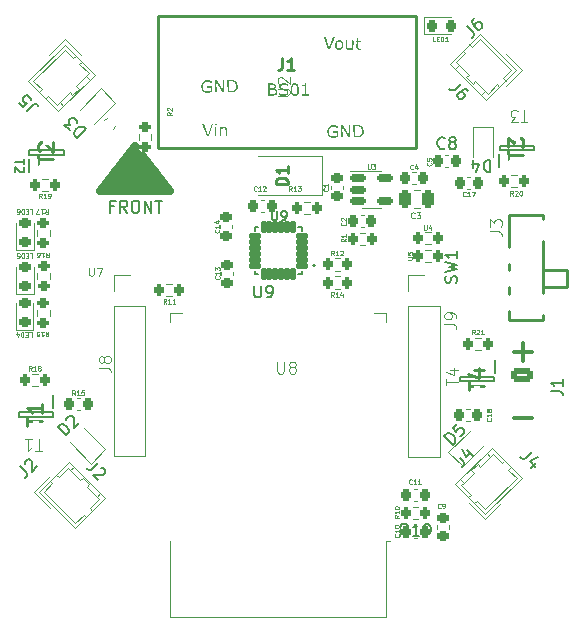
<source format=gbr>
%TF.GenerationSoftware,KiCad,Pcbnew,9.0.0*%
%TF.CreationDate,2025-04-14T11:35:23+05:30*%
%TF.ProjectId,esp32_quad_baro_bootser_nousb_BMP,65737033-325f-4717-9561-645f6261726f,rev?*%
%TF.SameCoordinates,Original*%
%TF.FileFunction,Legend,Top*%
%TF.FilePolarity,Positive*%
%FSLAX46Y46*%
G04 Gerber Fmt 4.6, Leading zero omitted, Abs format (unit mm)*
G04 Created by KiCad (PCBNEW 9.0.0) date 2025-04-14 11:35:23*
%MOMM*%
%LPD*%
G01*
G04 APERTURE LIST*
G04 Aperture macros list*
%AMRoundRect*
0 Rectangle with rounded corners*
0 $1 Rounding radius*
0 $2 $3 $4 $5 $6 $7 $8 $9 X,Y pos of 4 corners*
0 Add a 4 corners polygon primitive as box body*
4,1,4,$2,$3,$4,$5,$6,$7,$8,$9,$2,$3,0*
0 Add four circle primitives for the rounded corners*
1,1,$1+$1,$2,$3*
1,1,$1+$1,$4,$5*
1,1,$1+$1,$6,$7*
1,1,$1+$1,$8,$9*
0 Add four rect primitives between the rounded corners*
20,1,$1+$1,$2,$3,$4,$5,0*
20,1,$1+$1,$4,$5,$6,$7,0*
20,1,$1+$1,$6,$7,$8,$9,0*
20,1,$1+$1,$8,$9,$2,$3,0*%
%AMHorizOval*
0 Thick line with rounded ends*
0 $1 width*
0 $2 $3 position (X,Y) of the first rounded end (center of the circle)*
0 $4 $5 position (X,Y) of the second rounded end (center of the circle)*
0 Add line between two ends*
20,1,$1,$2,$3,$4,$5,0*
0 Add two circle primitives to create the rounded ends*
1,1,$1,$2,$3*
1,1,$1,$4,$5*%
%AMRotRect*
0 Rectangle, with rotation*
0 The origin of the aperture is its center*
0 $1 length*
0 $2 width*
0 $3 Rotation angle, in degrees counterclockwise*
0 Add horizontal line*
21,1,$1,$2,0,0,$3*%
G04 Aperture macros list end*
%ADD10C,0.050000*%
%ADD11C,0.150000*%
%ADD12C,0.125000*%
%ADD13C,0.200000*%
%ADD14C,0.250000*%
%ADD15C,0.300000*%
%ADD16C,0.700000*%
%ADD17C,0.062500*%
%ADD18C,0.087500*%
%ADD19C,0.254000*%
%ADD20C,0.100000*%
%ADD21C,0.203200*%
%ADD22C,0.120000*%
%ADD23C,0.127000*%
%ADD24RoundRect,0.200000X-0.275000X0.200000X-0.275000X-0.200000X0.275000X-0.200000X0.275000X0.200000X0*%
%ADD25R,0.600000X1.100000*%
%ADD26RoundRect,0.225000X0.250000X-0.225000X0.250000X0.225000X-0.250000X0.225000X-0.250000X-0.225000X0*%
%ADD27RoundRect,0.200000X-0.200000X-0.275000X0.200000X-0.275000X0.200000X0.275000X-0.200000X0.275000X0*%
%ADD28RoundRect,0.250000X-0.250000X-0.475000X0.250000X-0.475000X0.250000X0.475000X-0.250000X0.475000X0*%
%ADD29RoundRect,0.200000X0.200000X0.275000X-0.200000X0.275000X-0.200000X-0.275000X0.200000X-0.275000X0*%
%ADD30RoundRect,0.102000X0.395000X0.140000X-0.395000X0.140000X-0.395000X-0.140000X0.395000X-0.140000X0*%
%ADD31RoundRect,0.102000X0.140000X0.395000X-0.140000X0.395000X-0.140000X-0.395000X0.140000X-0.395000X0*%
%ADD32RoundRect,0.225000X-0.225000X-0.250000X0.225000X-0.250000X0.225000X0.250000X-0.225000X0.250000X0*%
%ADD33RoundRect,0.218750X0.256250X-0.218750X0.256250X0.218750X-0.256250X0.218750X-0.256250X-0.218750X0*%
%ADD34O,2.743200X1.727200*%
%ADD35RoundRect,0.250000X-0.650000X0.350000X-0.650000X-0.350000X0.650000X-0.350000X0.650000X0.350000X0*%
%ADD36O,1.800000X1.200000*%
%ADD37RoundRect,0.218750X-0.218750X-0.256250X0.218750X-0.256250X0.218750X0.256250X-0.218750X0.256250X0*%
%ADD38R,1.500000X0.900000*%
%ADD39R,0.900000X1.500000*%
%ADD40C,0.600000*%
%ADD41R,4.200000X4.200000*%
%ADD42R,2.500000X1.000000*%
%ADD43C,1.400000*%
%ADD44RotRect,0.600000X0.450000X45.000000*%
%ADD45RoundRect,0.225000X-0.017678X0.335876X-0.335876X0.017678X0.017678X-0.335876X0.335876X-0.017678X0*%
%ADD46RoundRect,0.225000X0.225000X0.250000X-0.225000X0.250000X-0.225000X-0.250000X0.225000X-0.250000X0*%
%ADD47RoundRect,0.225000X-0.176777X0.494975X-0.494975X0.176777X0.176777X-0.494975X0.494975X-0.176777X0*%
%ADD48HorizOval,0.900000X-0.176777X0.176777X0.176777X-0.176777X0*%
%ADD49RotRect,0.600000X0.450000X225.000000*%
%ADD50RoundRect,0.225000X0.176777X-0.494975X0.494975X-0.176777X-0.176777X0.494975X-0.494975X0.176777X0*%
%ADD51R,0.450000X0.600000*%
%ADD52RoundRect,0.150000X-0.512500X-0.150000X0.512500X-0.150000X0.512500X0.150000X-0.512500X0.150000X0*%
%ADD53R,1.700000X1.700000*%
%ADD54O,1.700000X1.700000*%
%ADD55R,2.500000X1.800000*%
%ADD56RoundRect,0.225000X-0.250000X0.225000X-0.250000X-0.225000X0.250000X-0.225000X0.250000X0.225000X0*%
%ADD57RoundRect,0.225000X0.494975X0.176777X0.176777X0.494975X-0.494975X-0.176777X-0.176777X-0.494975X0*%
%ADD58HorizOval,0.900000X0.176777X0.176777X-0.176777X-0.176777X0*%
%ADD59RoundRect,0.225000X-0.494975X-0.176777X-0.176777X-0.494975X0.494975X0.176777X0.176777X0.494975X0*%
%ADD60HorizOval,0.900000X-0.176777X-0.176777X0.176777X0.176777X0*%
%ADD61RotRect,0.600000X0.450000X135.000000*%
G04 APERTURE END LIST*
D10*
X110066703Y-94088447D02*
X109933370Y-93897971D01*
X109838132Y-94088447D02*
X109838132Y-93688447D01*
X109838132Y-93688447D02*
X109990513Y-93688447D01*
X109990513Y-93688447D02*
X110028608Y-93707495D01*
X110028608Y-93707495D02*
X110047655Y-93726542D01*
X110047655Y-93726542D02*
X110066703Y-93764638D01*
X110066703Y-93764638D02*
X110066703Y-93821780D01*
X110066703Y-93821780D02*
X110047655Y-93859876D01*
X110047655Y-93859876D02*
X110028608Y-93878923D01*
X110028608Y-93878923D02*
X109990513Y-93897971D01*
X109990513Y-93897971D02*
X109838132Y-93897971D01*
X110447655Y-94088447D02*
X110219084Y-94088447D01*
X110333370Y-94088447D02*
X110333370Y-93688447D01*
X110333370Y-93688447D02*
X110295274Y-93745590D01*
X110295274Y-93745590D02*
X110257179Y-93783685D01*
X110257179Y-93783685D02*
X110219084Y-93802733D01*
X110676226Y-93859876D02*
X110638131Y-93840828D01*
X110638131Y-93840828D02*
X110619084Y-93821780D01*
X110619084Y-93821780D02*
X110600036Y-93783685D01*
X110600036Y-93783685D02*
X110600036Y-93764638D01*
X110600036Y-93764638D02*
X110619084Y-93726542D01*
X110619084Y-93726542D02*
X110638131Y-93707495D01*
X110638131Y-93707495D02*
X110676226Y-93688447D01*
X110676226Y-93688447D02*
X110752417Y-93688447D01*
X110752417Y-93688447D02*
X110790512Y-93707495D01*
X110790512Y-93707495D02*
X110809560Y-93726542D01*
X110809560Y-93726542D02*
X110828607Y-93764638D01*
X110828607Y-93764638D02*
X110828607Y-93783685D01*
X110828607Y-93783685D02*
X110809560Y-93821780D01*
X110809560Y-93821780D02*
X110790512Y-93840828D01*
X110790512Y-93840828D02*
X110752417Y-93859876D01*
X110752417Y-93859876D02*
X110676226Y-93859876D01*
X110676226Y-93859876D02*
X110638131Y-93878923D01*
X110638131Y-93878923D02*
X110619084Y-93897971D01*
X110619084Y-93897971D02*
X110600036Y-93936066D01*
X110600036Y-93936066D02*
X110600036Y-94012257D01*
X110600036Y-94012257D02*
X110619084Y-94050352D01*
X110619084Y-94050352D02*
X110638131Y-94069400D01*
X110638131Y-94069400D02*
X110676226Y-94088447D01*
X110676226Y-94088447D02*
X110752417Y-94088447D01*
X110752417Y-94088447D02*
X110790512Y-94069400D01*
X110790512Y-94069400D02*
X110809560Y-94050352D01*
X110809560Y-94050352D02*
X110828607Y-94012257D01*
X110828607Y-94012257D02*
X110828607Y-93936066D01*
X110828607Y-93936066D02*
X110809560Y-93897971D01*
X110809560Y-93897971D02*
X110790512Y-93878923D01*
X110790512Y-93878923D02*
X110752417Y-93859876D01*
D11*
X145716087Y-100349809D02*
X145008980Y-99642702D01*
X145008980Y-99642702D02*
X145177339Y-99474343D01*
X145177339Y-99474343D02*
X145312026Y-99407000D01*
X145312026Y-99407000D02*
X145446713Y-99407000D01*
X145446713Y-99407000D02*
X145547728Y-99440671D01*
X145547728Y-99440671D02*
X145716087Y-99541687D01*
X145716087Y-99541687D02*
X145817102Y-99642702D01*
X145817102Y-99642702D02*
X145918117Y-99811061D01*
X145918117Y-99811061D02*
X145951789Y-99912076D01*
X145951789Y-99912076D02*
X145951789Y-100046763D01*
X145951789Y-100046763D02*
X145884445Y-100181450D01*
X145884445Y-100181450D02*
X145716087Y-100349809D01*
X146052804Y-98598878D02*
X145716087Y-98935595D01*
X145716087Y-98935595D02*
X146019132Y-99305984D01*
X146019132Y-99305984D02*
X146019132Y-99238641D01*
X146019132Y-99238641D02*
X146052804Y-99137626D01*
X146052804Y-99137626D02*
X146221163Y-98969267D01*
X146221163Y-98969267D02*
X146322178Y-98935595D01*
X146322178Y-98935595D02*
X146389522Y-98935595D01*
X146389522Y-98935595D02*
X146490537Y-98969267D01*
X146490537Y-98969267D02*
X146658896Y-99137626D01*
X146658896Y-99137626D02*
X146692567Y-99238641D01*
X146692567Y-99238641D02*
X146692567Y-99305984D01*
X146692567Y-99305984D02*
X146658896Y-99407000D01*
X146658896Y-99407000D02*
X146490537Y-99575358D01*
X146490537Y-99575358D02*
X146389522Y-99609030D01*
X146389522Y-99609030D02*
X146322178Y-99609030D01*
D12*
X130870331Y-93331119D02*
X130870331Y-94140642D01*
X130870331Y-94140642D02*
X130917950Y-94235880D01*
X130917950Y-94235880D02*
X130965569Y-94283500D01*
X130965569Y-94283500D02*
X131060807Y-94331119D01*
X131060807Y-94331119D02*
X131251283Y-94331119D01*
X131251283Y-94331119D02*
X131346521Y-94283500D01*
X131346521Y-94283500D02*
X131394140Y-94235880D01*
X131394140Y-94235880D02*
X131441759Y-94140642D01*
X131441759Y-94140642D02*
X131441759Y-93331119D01*
X132060807Y-93759690D02*
X131965569Y-93712071D01*
X131965569Y-93712071D02*
X131917950Y-93664452D01*
X131917950Y-93664452D02*
X131870331Y-93569214D01*
X131870331Y-93569214D02*
X131870331Y-93521595D01*
X131870331Y-93521595D02*
X131917950Y-93426357D01*
X131917950Y-93426357D02*
X131965569Y-93378738D01*
X131965569Y-93378738D02*
X132060807Y-93331119D01*
X132060807Y-93331119D02*
X132251283Y-93331119D01*
X132251283Y-93331119D02*
X132346521Y-93378738D01*
X132346521Y-93378738D02*
X132394140Y-93426357D01*
X132394140Y-93426357D02*
X132441759Y-93521595D01*
X132441759Y-93521595D02*
X132441759Y-93569214D01*
X132441759Y-93569214D02*
X132394140Y-93664452D01*
X132394140Y-93664452D02*
X132346521Y-93712071D01*
X132346521Y-93712071D02*
X132251283Y-93759690D01*
X132251283Y-93759690D02*
X132060807Y-93759690D01*
X132060807Y-93759690D02*
X131965569Y-93807309D01*
X131965569Y-93807309D02*
X131917950Y-93854928D01*
X131917950Y-93854928D02*
X131870331Y-93950166D01*
X131870331Y-93950166D02*
X131870331Y-94140642D01*
X131870331Y-94140642D02*
X131917950Y-94235880D01*
X131917950Y-94235880D02*
X131965569Y-94283500D01*
X131965569Y-94283500D02*
X132060807Y-94331119D01*
X132060807Y-94331119D02*
X132251283Y-94331119D01*
X132251283Y-94331119D02*
X132346521Y-94283500D01*
X132346521Y-94283500D02*
X132394140Y-94235880D01*
X132394140Y-94235880D02*
X132441759Y-94140642D01*
X132441759Y-94140642D02*
X132441759Y-93950166D01*
X132441759Y-93950166D02*
X132394140Y-93854928D01*
X132394140Y-93854928D02*
X132346521Y-93807309D01*
X132346521Y-93807309D02*
X132251283Y-93759690D01*
D10*
X135666703Y-84318447D02*
X135533370Y-84127971D01*
X135438132Y-84318447D02*
X135438132Y-83918447D01*
X135438132Y-83918447D02*
X135590513Y-83918447D01*
X135590513Y-83918447D02*
X135628608Y-83937495D01*
X135628608Y-83937495D02*
X135647655Y-83956542D01*
X135647655Y-83956542D02*
X135666703Y-83994638D01*
X135666703Y-83994638D02*
X135666703Y-84051780D01*
X135666703Y-84051780D02*
X135647655Y-84089876D01*
X135647655Y-84089876D02*
X135628608Y-84108923D01*
X135628608Y-84108923D02*
X135590513Y-84127971D01*
X135590513Y-84127971D02*
X135438132Y-84127971D01*
X136047655Y-84318447D02*
X135819084Y-84318447D01*
X135933370Y-84318447D02*
X135933370Y-83918447D01*
X135933370Y-83918447D02*
X135895274Y-83975590D01*
X135895274Y-83975590D02*
X135857179Y-84013685D01*
X135857179Y-84013685D02*
X135819084Y-84032733D01*
X136200036Y-83956542D02*
X136219084Y-83937495D01*
X136219084Y-83937495D02*
X136257179Y-83918447D01*
X136257179Y-83918447D02*
X136352417Y-83918447D01*
X136352417Y-83918447D02*
X136390512Y-83937495D01*
X136390512Y-83937495D02*
X136409560Y-83956542D01*
X136409560Y-83956542D02*
X136428607Y-83994638D01*
X136428607Y-83994638D02*
X136428607Y-84032733D01*
X136428607Y-84032733D02*
X136409560Y-84089876D01*
X136409560Y-84089876D02*
X136180988Y-84318447D01*
X136180988Y-84318447D02*
X136428607Y-84318447D01*
X150836703Y-79258447D02*
X150703370Y-79067971D01*
X150608132Y-79258447D02*
X150608132Y-78858447D01*
X150608132Y-78858447D02*
X150760513Y-78858447D01*
X150760513Y-78858447D02*
X150798608Y-78877495D01*
X150798608Y-78877495D02*
X150817655Y-78896542D01*
X150817655Y-78896542D02*
X150836703Y-78934638D01*
X150836703Y-78934638D02*
X150836703Y-78991780D01*
X150836703Y-78991780D02*
X150817655Y-79029876D01*
X150817655Y-79029876D02*
X150798608Y-79048923D01*
X150798608Y-79048923D02*
X150760513Y-79067971D01*
X150760513Y-79067971D02*
X150608132Y-79067971D01*
X150989084Y-78896542D02*
X151008132Y-78877495D01*
X151008132Y-78877495D02*
X151046227Y-78858447D01*
X151046227Y-78858447D02*
X151141465Y-78858447D01*
X151141465Y-78858447D02*
X151179560Y-78877495D01*
X151179560Y-78877495D02*
X151198608Y-78896542D01*
X151198608Y-78896542D02*
X151217655Y-78934638D01*
X151217655Y-78934638D02*
X151217655Y-78972733D01*
X151217655Y-78972733D02*
X151198608Y-79029876D01*
X151198608Y-79029876D02*
X150970036Y-79258447D01*
X150970036Y-79258447D02*
X151217655Y-79258447D01*
X151465274Y-78858447D02*
X151503369Y-78858447D01*
X151503369Y-78858447D02*
X151541465Y-78877495D01*
X151541465Y-78877495D02*
X151560512Y-78896542D01*
X151560512Y-78896542D02*
X151579560Y-78934638D01*
X151579560Y-78934638D02*
X151598607Y-79010828D01*
X151598607Y-79010828D02*
X151598607Y-79106066D01*
X151598607Y-79106066D02*
X151579560Y-79182257D01*
X151579560Y-79182257D02*
X151560512Y-79220352D01*
X151560512Y-79220352D02*
X151541465Y-79239400D01*
X151541465Y-79239400D02*
X151503369Y-79258447D01*
X151503369Y-79258447D02*
X151465274Y-79258447D01*
X151465274Y-79258447D02*
X151427179Y-79239400D01*
X151427179Y-79239400D02*
X151408131Y-79220352D01*
X151408131Y-79220352D02*
X151389084Y-79182257D01*
X151389084Y-79182257D02*
X151370036Y-79106066D01*
X151370036Y-79106066D02*
X151370036Y-79010828D01*
X151370036Y-79010828D02*
X151389084Y-78934638D01*
X151389084Y-78934638D02*
X151408131Y-78896542D01*
X151408131Y-78896542D02*
X151427179Y-78877495D01*
X151427179Y-78877495D02*
X151465274Y-78858447D01*
D13*
X130402054Y-80561695D02*
X130402054Y-81209314D01*
X130402054Y-81209314D02*
X130440149Y-81285504D01*
X130440149Y-81285504D02*
X130478244Y-81323600D01*
X130478244Y-81323600D02*
X130554435Y-81361695D01*
X130554435Y-81361695D02*
X130706816Y-81361695D01*
X130706816Y-81361695D02*
X130783006Y-81323600D01*
X130783006Y-81323600D02*
X130821101Y-81285504D01*
X130821101Y-81285504D02*
X130859197Y-81209314D01*
X130859197Y-81209314D02*
X130859197Y-80561695D01*
X131278244Y-81361695D02*
X131430625Y-81361695D01*
X131430625Y-81361695D02*
X131506815Y-81323600D01*
X131506815Y-81323600D02*
X131544911Y-81285504D01*
X131544911Y-81285504D02*
X131621101Y-81171219D01*
X131621101Y-81171219D02*
X131659196Y-81018838D01*
X131659196Y-81018838D02*
X131659196Y-80714076D01*
X131659196Y-80714076D02*
X131621101Y-80637885D01*
X131621101Y-80637885D02*
X131583006Y-80599790D01*
X131583006Y-80599790D02*
X131506815Y-80561695D01*
X131506815Y-80561695D02*
X131354434Y-80561695D01*
X131354434Y-80561695D02*
X131278244Y-80599790D01*
X131278244Y-80599790D02*
X131240149Y-80637885D01*
X131240149Y-80637885D02*
X131202053Y-80714076D01*
X131202053Y-80714076D02*
X131202053Y-80904552D01*
X131202053Y-80904552D02*
X131240149Y-80980742D01*
X131240149Y-80980742D02*
X131278244Y-81018838D01*
X131278244Y-81018838D02*
X131354434Y-81056933D01*
X131354434Y-81056933D02*
X131506815Y-81056933D01*
X131506815Y-81056933D02*
X131583006Y-81018838D01*
X131583006Y-81018838D02*
X131621101Y-80980742D01*
X131621101Y-80980742D02*
X131659196Y-80904552D01*
D10*
X111253296Y-90791552D02*
X111386629Y-90982028D01*
X111481867Y-90791552D02*
X111481867Y-91191552D01*
X111481867Y-91191552D02*
X111329486Y-91191552D01*
X111329486Y-91191552D02*
X111291391Y-91172504D01*
X111291391Y-91172504D02*
X111272344Y-91153457D01*
X111272344Y-91153457D02*
X111253296Y-91115361D01*
X111253296Y-91115361D02*
X111253296Y-91058219D01*
X111253296Y-91058219D02*
X111272344Y-91020123D01*
X111272344Y-91020123D02*
X111291391Y-91001076D01*
X111291391Y-91001076D02*
X111329486Y-90982028D01*
X111329486Y-90982028D02*
X111481867Y-90982028D01*
X110872344Y-90791552D02*
X111100915Y-90791552D01*
X110986629Y-90791552D02*
X110986629Y-91191552D01*
X110986629Y-91191552D02*
X111024725Y-91134409D01*
X111024725Y-91134409D02*
X111062820Y-91096314D01*
X111062820Y-91096314D02*
X111100915Y-91077266D01*
X110510439Y-91191552D02*
X110700915Y-91191552D01*
X110700915Y-91191552D02*
X110719963Y-91001076D01*
X110719963Y-91001076D02*
X110700915Y-91020123D01*
X110700915Y-91020123D02*
X110662820Y-91039171D01*
X110662820Y-91039171D02*
X110567582Y-91039171D01*
X110567582Y-91039171D02*
X110529487Y-91020123D01*
X110529487Y-91020123D02*
X110510439Y-91001076D01*
X110510439Y-91001076D02*
X110491392Y-90962980D01*
X110491392Y-90962980D02*
X110491392Y-90867742D01*
X110491392Y-90867742D02*
X110510439Y-90829647D01*
X110510439Y-90829647D02*
X110529487Y-90810600D01*
X110529487Y-90810600D02*
X110567582Y-90791552D01*
X110567582Y-90791552D02*
X110662820Y-90791552D01*
X110662820Y-90791552D02*
X110700915Y-90810600D01*
X110700915Y-90810600D02*
X110719963Y-90829647D01*
D12*
X145021119Y-90153954D02*
X145735404Y-90153954D01*
X145735404Y-90153954D02*
X145878261Y-90201573D01*
X145878261Y-90201573D02*
X145973500Y-90296811D01*
X145973500Y-90296811D02*
X146021119Y-90439668D01*
X146021119Y-90439668D02*
X146021119Y-90534906D01*
X146021119Y-89630144D02*
X146021119Y-89439668D01*
X146021119Y-89439668D02*
X145973500Y-89344430D01*
X145973500Y-89344430D02*
X145925880Y-89296811D01*
X145925880Y-89296811D02*
X145783023Y-89201573D01*
X145783023Y-89201573D02*
X145592547Y-89153954D01*
X145592547Y-89153954D02*
X145211595Y-89153954D01*
X145211595Y-89153954D02*
X145116357Y-89201573D01*
X145116357Y-89201573D02*
X145068738Y-89249192D01*
X145068738Y-89249192D02*
X145021119Y-89344430D01*
X145021119Y-89344430D02*
X145021119Y-89534906D01*
X145021119Y-89534906D02*
X145068738Y-89630144D01*
X145068738Y-89630144D02*
X145116357Y-89677763D01*
X145116357Y-89677763D02*
X145211595Y-89725382D01*
X145211595Y-89725382D02*
X145449690Y-89725382D01*
X145449690Y-89725382D02*
X145544928Y-89677763D01*
X145544928Y-89677763D02*
X145592547Y-89630144D01*
X145592547Y-89630144D02*
X145640166Y-89534906D01*
X145640166Y-89534906D02*
X145640166Y-89344430D01*
X145640166Y-89344430D02*
X145592547Y-89249192D01*
X145592547Y-89249192D02*
X145544928Y-89201573D01*
X145544928Y-89201573D02*
X145449690Y-89153954D01*
D10*
X144696703Y-105700352D02*
X144677655Y-105719400D01*
X144677655Y-105719400D02*
X144620513Y-105738447D01*
X144620513Y-105738447D02*
X144582417Y-105738447D01*
X144582417Y-105738447D02*
X144525274Y-105719400D01*
X144525274Y-105719400D02*
X144487179Y-105681304D01*
X144487179Y-105681304D02*
X144468132Y-105643209D01*
X144468132Y-105643209D02*
X144449084Y-105567019D01*
X144449084Y-105567019D02*
X144449084Y-105509876D01*
X144449084Y-105509876D02*
X144468132Y-105433685D01*
X144468132Y-105433685D02*
X144487179Y-105395590D01*
X144487179Y-105395590D02*
X144525274Y-105357495D01*
X144525274Y-105357495D02*
X144582417Y-105338447D01*
X144582417Y-105338447D02*
X144620513Y-105338447D01*
X144620513Y-105338447D02*
X144677655Y-105357495D01*
X144677655Y-105357495D02*
X144696703Y-105376542D01*
X144887179Y-105738447D02*
X144963370Y-105738447D01*
X144963370Y-105738447D02*
X145001465Y-105719400D01*
X145001465Y-105719400D02*
X145020513Y-105700352D01*
X145020513Y-105700352D02*
X145058608Y-105643209D01*
X145058608Y-105643209D02*
X145077655Y-105567019D01*
X145077655Y-105567019D02*
X145077655Y-105414638D01*
X145077655Y-105414638D02*
X145058608Y-105376542D01*
X145058608Y-105376542D02*
X145039560Y-105357495D01*
X145039560Y-105357495D02*
X145001465Y-105338447D01*
X145001465Y-105338447D02*
X144925274Y-105338447D01*
X144925274Y-105338447D02*
X144887179Y-105357495D01*
X144887179Y-105357495D02*
X144868132Y-105376542D01*
X144868132Y-105376542D02*
X144849084Y-105414638D01*
X144849084Y-105414638D02*
X144849084Y-105509876D01*
X144849084Y-105509876D02*
X144868132Y-105547971D01*
X144868132Y-105547971D02*
X144887179Y-105567019D01*
X144887179Y-105567019D02*
X144925274Y-105586066D01*
X144925274Y-105586066D02*
X145001465Y-105586066D01*
X145001465Y-105586066D02*
X145039560Y-105567019D01*
X145039560Y-105567019D02*
X145058608Y-105547971D01*
X145058608Y-105547971D02*
X145077655Y-105509876D01*
X132106703Y-78868447D02*
X131973370Y-78677971D01*
X131878132Y-78868447D02*
X131878132Y-78468447D01*
X131878132Y-78468447D02*
X132030513Y-78468447D01*
X132030513Y-78468447D02*
X132068608Y-78487495D01*
X132068608Y-78487495D02*
X132087655Y-78506542D01*
X132087655Y-78506542D02*
X132106703Y-78544638D01*
X132106703Y-78544638D02*
X132106703Y-78601780D01*
X132106703Y-78601780D02*
X132087655Y-78639876D01*
X132087655Y-78639876D02*
X132068608Y-78658923D01*
X132068608Y-78658923D02*
X132030513Y-78677971D01*
X132030513Y-78677971D02*
X131878132Y-78677971D01*
X132487655Y-78868447D02*
X132259084Y-78868447D01*
X132373370Y-78868447D02*
X132373370Y-78468447D01*
X132373370Y-78468447D02*
X132335274Y-78525590D01*
X132335274Y-78525590D02*
X132297179Y-78563685D01*
X132297179Y-78563685D02*
X132259084Y-78582733D01*
X132620988Y-78468447D02*
X132868607Y-78468447D01*
X132868607Y-78468447D02*
X132735274Y-78620828D01*
X132735274Y-78620828D02*
X132792417Y-78620828D01*
X132792417Y-78620828D02*
X132830512Y-78639876D01*
X132830512Y-78639876D02*
X132849560Y-78658923D01*
X132849560Y-78658923D02*
X132868607Y-78697019D01*
X132868607Y-78697019D02*
X132868607Y-78792257D01*
X132868607Y-78792257D02*
X132849560Y-78830352D01*
X132849560Y-78830352D02*
X132830512Y-78849400D01*
X132830512Y-78849400D02*
X132792417Y-78868447D01*
X132792417Y-78868447D02*
X132678131Y-78868447D01*
X132678131Y-78868447D02*
X132640036Y-78849400D01*
X132640036Y-78849400D02*
X132620988Y-78830352D01*
X109871391Y-90821552D02*
X110061867Y-90821552D01*
X110061867Y-90821552D02*
X110061867Y-91221552D01*
X109738057Y-91031076D02*
X109604724Y-91031076D01*
X109547581Y-90821552D02*
X109738057Y-90821552D01*
X109738057Y-90821552D02*
X109738057Y-91221552D01*
X109738057Y-91221552D02*
X109547581Y-91221552D01*
X109376152Y-90821552D02*
X109376152Y-91221552D01*
X109376152Y-91221552D02*
X109280914Y-91221552D01*
X109280914Y-91221552D02*
X109223771Y-91202504D01*
X109223771Y-91202504D02*
X109185676Y-91164409D01*
X109185676Y-91164409D02*
X109166629Y-91126314D01*
X109166629Y-91126314D02*
X109147581Y-91050123D01*
X109147581Y-91050123D02*
X109147581Y-90992980D01*
X109147581Y-90992980D02*
X109166629Y-90916790D01*
X109166629Y-90916790D02*
X109185676Y-90878695D01*
X109185676Y-90878695D02*
X109223771Y-90840600D01*
X109223771Y-90840600D02*
X109280914Y-90821552D01*
X109280914Y-90821552D02*
X109376152Y-90821552D01*
X108804724Y-91088219D02*
X108804724Y-90821552D01*
X108899962Y-91240600D02*
X108995200Y-90954885D01*
X108995200Y-90954885D02*
X108747581Y-90954885D01*
X141160352Y-107933296D02*
X141179400Y-107952344D01*
X141179400Y-107952344D02*
X141198447Y-108009486D01*
X141198447Y-108009486D02*
X141198447Y-108047582D01*
X141198447Y-108047582D02*
X141179400Y-108104725D01*
X141179400Y-108104725D02*
X141141304Y-108142820D01*
X141141304Y-108142820D02*
X141103209Y-108161867D01*
X141103209Y-108161867D02*
X141027019Y-108180915D01*
X141027019Y-108180915D02*
X140969876Y-108180915D01*
X140969876Y-108180915D02*
X140893685Y-108161867D01*
X140893685Y-108161867D02*
X140855590Y-108142820D01*
X140855590Y-108142820D02*
X140817495Y-108104725D01*
X140817495Y-108104725D02*
X140798447Y-108047582D01*
X140798447Y-108047582D02*
X140798447Y-108009486D01*
X140798447Y-108009486D02*
X140817495Y-107952344D01*
X140817495Y-107952344D02*
X140836542Y-107933296D01*
X141198447Y-107552344D02*
X141198447Y-107780915D01*
X141198447Y-107666629D02*
X140798447Y-107666629D01*
X140798447Y-107666629D02*
X140855590Y-107704725D01*
X140855590Y-107704725D02*
X140893685Y-107742820D01*
X140893685Y-107742820D02*
X140912733Y-107780915D01*
X140798447Y-107304725D02*
X140798447Y-107266630D01*
X140798447Y-107266630D02*
X140817495Y-107228534D01*
X140817495Y-107228534D02*
X140836542Y-107209487D01*
X140836542Y-107209487D02*
X140874638Y-107190439D01*
X140874638Y-107190439D02*
X140950828Y-107171392D01*
X140950828Y-107171392D02*
X141046066Y-107171392D01*
X141046066Y-107171392D02*
X141122257Y-107190439D01*
X141122257Y-107190439D02*
X141160352Y-107209487D01*
X141160352Y-107209487D02*
X141179400Y-107228534D01*
X141179400Y-107228534D02*
X141198447Y-107266630D01*
X141198447Y-107266630D02*
X141198447Y-107304725D01*
X141198447Y-107304725D02*
X141179400Y-107342820D01*
X141179400Y-107342820D02*
X141160352Y-107361868D01*
X141160352Y-107361868D02*
X141122257Y-107380915D01*
X141122257Y-107380915D02*
X141046066Y-107399963D01*
X141046066Y-107399963D02*
X140950828Y-107399963D01*
X140950828Y-107399963D02*
X140874638Y-107380915D01*
X140874638Y-107380915D02*
X140836542Y-107361868D01*
X140836542Y-107361868D02*
X140817495Y-107342820D01*
X140817495Y-107342820D02*
X140798447Y-107304725D01*
X110926703Y-79488447D02*
X110793370Y-79297971D01*
X110698132Y-79488447D02*
X110698132Y-79088447D01*
X110698132Y-79088447D02*
X110850513Y-79088447D01*
X110850513Y-79088447D02*
X110888608Y-79107495D01*
X110888608Y-79107495D02*
X110907655Y-79126542D01*
X110907655Y-79126542D02*
X110926703Y-79164638D01*
X110926703Y-79164638D02*
X110926703Y-79221780D01*
X110926703Y-79221780D02*
X110907655Y-79259876D01*
X110907655Y-79259876D02*
X110888608Y-79278923D01*
X110888608Y-79278923D02*
X110850513Y-79297971D01*
X110850513Y-79297971D02*
X110698132Y-79297971D01*
X111307655Y-79488447D02*
X111079084Y-79488447D01*
X111193370Y-79488447D02*
X111193370Y-79088447D01*
X111193370Y-79088447D02*
X111155274Y-79145590D01*
X111155274Y-79145590D02*
X111117179Y-79183685D01*
X111117179Y-79183685D02*
X111079084Y-79202733D01*
X111498131Y-79488447D02*
X111574322Y-79488447D01*
X111574322Y-79488447D02*
X111612417Y-79469400D01*
X111612417Y-79469400D02*
X111631465Y-79450352D01*
X111631465Y-79450352D02*
X111669560Y-79393209D01*
X111669560Y-79393209D02*
X111688607Y-79317019D01*
X111688607Y-79317019D02*
X111688607Y-79164638D01*
X111688607Y-79164638D02*
X111669560Y-79126542D01*
X111669560Y-79126542D02*
X111650512Y-79107495D01*
X111650512Y-79107495D02*
X111612417Y-79088447D01*
X111612417Y-79088447D02*
X111536226Y-79088447D01*
X111536226Y-79088447D02*
X111498131Y-79107495D01*
X111498131Y-79107495D02*
X111479084Y-79126542D01*
X111479084Y-79126542D02*
X111460036Y-79164638D01*
X111460036Y-79164638D02*
X111460036Y-79259876D01*
X111460036Y-79259876D02*
X111479084Y-79297971D01*
X111479084Y-79297971D02*
X111498131Y-79317019D01*
X111498131Y-79317019D02*
X111536226Y-79336066D01*
X111536226Y-79336066D02*
X111612417Y-79336066D01*
X111612417Y-79336066D02*
X111650512Y-79317019D01*
X111650512Y-79317019D02*
X111669560Y-79297971D01*
X111669560Y-79297971D02*
X111688607Y-79259876D01*
D12*
X110942525Y-100868880D02*
X110371097Y-100868880D01*
X110656811Y-99868880D02*
X110656811Y-100868880D01*
X109513954Y-99868880D02*
X110085382Y-99868880D01*
X109799668Y-99868880D02*
X109799668Y-100868880D01*
X109799668Y-100868880D02*
X109894906Y-100726023D01*
X109894906Y-100726023D02*
X109990144Y-100630785D01*
X109990144Y-100630785D02*
X110085382Y-100583166D01*
D10*
X147596703Y-91018447D02*
X147463370Y-90827971D01*
X147368132Y-91018447D02*
X147368132Y-90618447D01*
X147368132Y-90618447D02*
X147520513Y-90618447D01*
X147520513Y-90618447D02*
X147558608Y-90637495D01*
X147558608Y-90637495D02*
X147577655Y-90656542D01*
X147577655Y-90656542D02*
X147596703Y-90694638D01*
X147596703Y-90694638D02*
X147596703Y-90751780D01*
X147596703Y-90751780D02*
X147577655Y-90789876D01*
X147577655Y-90789876D02*
X147558608Y-90808923D01*
X147558608Y-90808923D02*
X147520513Y-90827971D01*
X147520513Y-90827971D02*
X147368132Y-90827971D01*
X147749084Y-90656542D02*
X147768132Y-90637495D01*
X147768132Y-90637495D02*
X147806227Y-90618447D01*
X147806227Y-90618447D02*
X147901465Y-90618447D01*
X147901465Y-90618447D02*
X147939560Y-90637495D01*
X147939560Y-90637495D02*
X147958608Y-90656542D01*
X147958608Y-90656542D02*
X147977655Y-90694638D01*
X147977655Y-90694638D02*
X147977655Y-90732733D01*
X147977655Y-90732733D02*
X147958608Y-90789876D01*
X147958608Y-90789876D02*
X147730036Y-91018447D01*
X147730036Y-91018447D02*
X147977655Y-91018447D01*
X148358607Y-91018447D02*
X148130036Y-91018447D01*
X148244322Y-91018447D02*
X148244322Y-90618447D01*
X148244322Y-90618447D02*
X148206226Y-90675590D01*
X148206226Y-90675590D02*
X148168131Y-90713685D01*
X148168131Y-90713685D02*
X148130036Y-90732733D01*
D13*
X109468304Y-76157768D02*
X109468304Y-76614911D01*
X108668304Y-76386339D02*
X109468304Y-76386339D01*
X109392114Y-76843482D02*
X109430209Y-76881578D01*
X109430209Y-76881578D02*
X109468304Y-76957768D01*
X109468304Y-76957768D02*
X109468304Y-77148244D01*
X109468304Y-77148244D02*
X109430209Y-77224435D01*
X109430209Y-77224435D02*
X109392114Y-77262530D01*
X109392114Y-77262530D02*
X109315923Y-77300625D01*
X109315923Y-77300625D02*
X109239733Y-77300625D01*
X109239733Y-77300625D02*
X109125447Y-77262530D01*
X109125447Y-77262530D02*
X108668304Y-76805387D01*
X108668304Y-76805387D02*
X108668304Y-77300625D01*
D11*
X109111010Y-102190671D02*
X109616087Y-102695748D01*
X109616087Y-102695748D02*
X109683430Y-102830435D01*
X109683430Y-102830435D02*
X109683430Y-102965122D01*
X109683430Y-102965122D02*
X109616087Y-103099809D01*
X109616087Y-103099809D02*
X109548743Y-103167152D01*
X109481400Y-101954969D02*
X109481400Y-101887626D01*
X109481400Y-101887626D02*
X109515071Y-101786610D01*
X109515071Y-101786610D02*
X109683430Y-101618252D01*
X109683430Y-101618252D02*
X109784445Y-101584580D01*
X109784445Y-101584580D02*
X109851789Y-101584580D01*
X109851789Y-101584580D02*
X109952804Y-101618252D01*
X109952804Y-101618252D02*
X110020148Y-101685595D01*
X110020148Y-101685595D02*
X110087491Y-101820282D01*
X110087491Y-101820282D02*
X110087491Y-102628404D01*
X110087491Y-102628404D02*
X110525224Y-102190671D01*
X148903220Y-76260180D02*
X148903220Y-77260180D01*
X148903220Y-77260180D02*
X148665125Y-77260180D01*
X148665125Y-77260180D02*
X148522268Y-77212561D01*
X148522268Y-77212561D02*
X148427030Y-77117323D01*
X148427030Y-77117323D02*
X148379411Y-77022085D01*
X148379411Y-77022085D02*
X148331792Y-76831609D01*
X148331792Y-76831609D02*
X148331792Y-76688752D01*
X148331792Y-76688752D02*
X148379411Y-76498276D01*
X148379411Y-76498276D02*
X148427030Y-76403038D01*
X148427030Y-76403038D02*
X148522268Y-76307800D01*
X148522268Y-76307800D02*
X148665125Y-76260180D01*
X148665125Y-76260180D02*
X148903220Y-76260180D01*
X147474649Y-76926847D02*
X147474649Y-76260180D01*
X147712744Y-77307800D02*
X147950839Y-76593514D01*
X147950839Y-76593514D02*
X147331792Y-76593514D01*
D10*
X148950352Y-98113296D02*
X148969400Y-98132344D01*
X148969400Y-98132344D02*
X148988447Y-98189486D01*
X148988447Y-98189486D02*
X148988447Y-98227582D01*
X148988447Y-98227582D02*
X148969400Y-98284725D01*
X148969400Y-98284725D02*
X148931304Y-98322820D01*
X148931304Y-98322820D02*
X148893209Y-98341867D01*
X148893209Y-98341867D02*
X148817019Y-98360915D01*
X148817019Y-98360915D02*
X148759876Y-98360915D01*
X148759876Y-98360915D02*
X148683685Y-98341867D01*
X148683685Y-98341867D02*
X148645590Y-98322820D01*
X148645590Y-98322820D02*
X148607495Y-98284725D01*
X148607495Y-98284725D02*
X148588447Y-98227582D01*
X148588447Y-98227582D02*
X148588447Y-98189486D01*
X148588447Y-98189486D02*
X148607495Y-98132344D01*
X148607495Y-98132344D02*
X148626542Y-98113296D01*
X148988447Y-97732344D02*
X148988447Y-97960915D01*
X148988447Y-97846629D02*
X148588447Y-97846629D01*
X148588447Y-97846629D02*
X148645590Y-97884725D01*
X148645590Y-97884725D02*
X148683685Y-97922820D01*
X148683685Y-97922820D02*
X148702733Y-97960915D01*
X148759876Y-97503773D02*
X148740828Y-97541868D01*
X148740828Y-97541868D02*
X148721780Y-97560915D01*
X148721780Y-97560915D02*
X148683685Y-97579963D01*
X148683685Y-97579963D02*
X148664638Y-97579963D01*
X148664638Y-97579963D02*
X148626542Y-97560915D01*
X148626542Y-97560915D02*
X148607495Y-97541868D01*
X148607495Y-97541868D02*
X148588447Y-97503773D01*
X148588447Y-97503773D02*
X148588447Y-97427582D01*
X148588447Y-97427582D02*
X148607495Y-97389487D01*
X148607495Y-97389487D02*
X148626542Y-97370439D01*
X148626542Y-97370439D02*
X148664638Y-97351392D01*
X148664638Y-97351392D02*
X148683685Y-97351392D01*
X148683685Y-97351392D02*
X148721780Y-97370439D01*
X148721780Y-97370439D02*
X148740828Y-97389487D01*
X148740828Y-97389487D02*
X148759876Y-97427582D01*
X148759876Y-97427582D02*
X148759876Y-97503773D01*
X148759876Y-97503773D02*
X148778923Y-97541868D01*
X148778923Y-97541868D02*
X148797971Y-97560915D01*
X148797971Y-97560915D02*
X148836066Y-97579963D01*
X148836066Y-97579963D02*
X148912257Y-97579963D01*
X148912257Y-97579963D02*
X148950352Y-97560915D01*
X148950352Y-97560915D02*
X148969400Y-97541868D01*
X148969400Y-97541868D02*
X148988447Y-97503773D01*
X148988447Y-97503773D02*
X148988447Y-97427582D01*
X148988447Y-97427582D02*
X148969400Y-97389487D01*
X148969400Y-97389487D02*
X148950352Y-97370439D01*
X148950352Y-97370439D02*
X148912257Y-97351392D01*
X148912257Y-97351392D02*
X148836066Y-97351392D01*
X148836066Y-97351392D02*
X148797971Y-97370439D01*
X148797971Y-97370439D02*
X148778923Y-97389487D01*
X148778923Y-97389487D02*
X148759876Y-97427582D01*
D11*
X112986087Y-99569809D02*
X112278980Y-98862702D01*
X112278980Y-98862702D02*
X112447339Y-98694343D01*
X112447339Y-98694343D02*
X112582026Y-98627000D01*
X112582026Y-98627000D02*
X112716713Y-98627000D01*
X112716713Y-98627000D02*
X112817728Y-98660671D01*
X112817728Y-98660671D02*
X112986087Y-98761687D01*
X112986087Y-98761687D02*
X113087102Y-98862702D01*
X113087102Y-98862702D02*
X113188117Y-99031061D01*
X113188117Y-99031061D02*
X113221789Y-99132076D01*
X113221789Y-99132076D02*
X113221789Y-99266763D01*
X113221789Y-99266763D02*
X113154445Y-99401450D01*
X113154445Y-99401450D02*
X112986087Y-99569809D01*
X113019758Y-98256610D02*
X113019758Y-98189267D01*
X113019758Y-98189267D02*
X113053430Y-98088252D01*
X113053430Y-98088252D02*
X113221789Y-97919893D01*
X113221789Y-97919893D02*
X113322804Y-97886221D01*
X113322804Y-97886221D02*
X113390148Y-97886221D01*
X113390148Y-97886221D02*
X113491163Y-97919893D01*
X113491163Y-97919893D02*
X113558506Y-97987236D01*
X113558506Y-97987236D02*
X113625850Y-98121923D01*
X113625850Y-98121923D02*
X113625850Y-98930046D01*
X113625850Y-98930046D02*
X114063583Y-98492313D01*
X114639809Y-73663912D02*
X113932702Y-74371019D01*
X113932702Y-74371019D02*
X113764343Y-74202660D01*
X113764343Y-74202660D02*
X113697000Y-74067973D01*
X113697000Y-74067973D02*
X113697000Y-73933286D01*
X113697000Y-73933286D02*
X113730671Y-73832271D01*
X113730671Y-73832271D02*
X113831687Y-73663912D01*
X113831687Y-73663912D02*
X113932702Y-73562897D01*
X113932702Y-73562897D02*
X114101061Y-73461882D01*
X114101061Y-73461882D02*
X114202076Y-73428210D01*
X114202076Y-73428210D02*
X114336763Y-73428210D01*
X114336763Y-73428210D02*
X114471450Y-73495554D01*
X114471450Y-73495554D02*
X114639809Y-73663912D01*
X113292939Y-73731256D02*
X112855206Y-73293523D01*
X112855206Y-73293523D02*
X113360282Y-73259851D01*
X113360282Y-73259851D02*
X113259267Y-73158836D01*
X113259267Y-73158836D02*
X113225595Y-73057821D01*
X113225595Y-73057821D02*
X113225595Y-72990477D01*
X113225595Y-72990477D02*
X113259267Y-72889462D01*
X113259267Y-72889462D02*
X113427626Y-72721103D01*
X113427626Y-72721103D02*
X113528641Y-72687432D01*
X113528641Y-72687432D02*
X113595984Y-72687432D01*
X113595984Y-72687432D02*
X113697000Y-72721103D01*
X113697000Y-72721103D02*
X113899030Y-72923134D01*
X113899030Y-72923134D02*
X113932702Y-73024149D01*
X113932702Y-73024149D02*
X113932702Y-73091493D01*
D10*
X125920352Y-82153296D02*
X125939400Y-82172344D01*
X125939400Y-82172344D02*
X125958447Y-82229486D01*
X125958447Y-82229486D02*
X125958447Y-82267582D01*
X125958447Y-82267582D02*
X125939400Y-82324725D01*
X125939400Y-82324725D02*
X125901304Y-82362820D01*
X125901304Y-82362820D02*
X125863209Y-82381867D01*
X125863209Y-82381867D02*
X125787019Y-82400915D01*
X125787019Y-82400915D02*
X125729876Y-82400915D01*
X125729876Y-82400915D02*
X125653685Y-82381867D01*
X125653685Y-82381867D02*
X125615590Y-82362820D01*
X125615590Y-82362820D02*
X125577495Y-82324725D01*
X125577495Y-82324725D02*
X125558447Y-82267582D01*
X125558447Y-82267582D02*
X125558447Y-82229486D01*
X125558447Y-82229486D02*
X125577495Y-82172344D01*
X125577495Y-82172344D02*
X125596542Y-82153296D01*
X125958447Y-81772344D02*
X125958447Y-82000915D01*
X125958447Y-81886629D02*
X125558447Y-81886629D01*
X125558447Y-81886629D02*
X125615590Y-81924725D01*
X125615590Y-81924725D02*
X125653685Y-81962820D01*
X125653685Y-81962820D02*
X125672733Y-82000915D01*
X125691780Y-81429487D02*
X125958447Y-81429487D01*
X125539400Y-81524725D02*
X125825114Y-81619963D01*
X125825114Y-81619963D02*
X125825114Y-81372344D01*
D12*
X145191119Y-95332525D02*
X145191119Y-94761097D01*
X146191119Y-95046811D02*
X145191119Y-95046811D01*
X145524452Y-93999192D02*
X146191119Y-93999192D01*
X145143500Y-94237287D02*
X145857785Y-94475382D01*
X145857785Y-94475382D02*
X145857785Y-93856335D01*
D10*
X143278132Y-81778447D02*
X143278132Y-82102257D01*
X143278132Y-82102257D02*
X143297179Y-82140352D01*
X143297179Y-82140352D02*
X143316227Y-82159400D01*
X143316227Y-82159400D02*
X143354322Y-82178447D01*
X143354322Y-82178447D02*
X143430513Y-82178447D01*
X143430513Y-82178447D02*
X143468608Y-82159400D01*
X143468608Y-82159400D02*
X143487655Y-82140352D01*
X143487655Y-82140352D02*
X143506703Y-82102257D01*
X143506703Y-82102257D02*
X143506703Y-81778447D01*
X143868608Y-81911780D02*
X143868608Y-82178447D01*
X143773370Y-81759400D02*
X143678132Y-82045114D01*
X143678132Y-82045114D02*
X143925751Y-82045114D01*
D11*
X146921010Y-64910671D02*
X147426087Y-65415748D01*
X147426087Y-65415748D02*
X147493430Y-65550435D01*
X147493430Y-65550435D02*
X147493430Y-65685122D01*
X147493430Y-65685122D02*
X147426087Y-65819809D01*
X147426087Y-65819809D02*
X147358743Y-65887152D01*
X147560774Y-64270908D02*
X147426087Y-64405595D01*
X147426087Y-64405595D02*
X147392415Y-64506610D01*
X147392415Y-64506610D02*
X147392415Y-64573954D01*
X147392415Y-64573954D02*
X147426087Y-64742313D01*
X147426087Y-64742313D02*
X147527102Y-64910671D01*
X147527102Y-64910671D02*
X147796476Y-65180045D01*
X147796476Y-65180045D02*
X147897491Y-65213717D01*
X147897491Y-65213717D02*
X147964835Y-65213717D01*
X147964835Y-65213717D02*
X148065850Y-65180045D01*
X148065850Y-65180045D02*
X148200537Y-65045358D01*
X148200537Y-65045358D02*
X148234209Y-64944343D01*
X148234209Y-64944343D02*
X148234209Y-64877000D01*
X148234209Y-64877000D02*
X148200537Y-64775984D01*
X148200537Y-64775984D02*
X148032178Y-64607626D01*
X148032178Y-64607626D02*
X147931163Y-64573954D01*
X147931163Y-64573954D02*
X147863819Y-64573954D01*
X147863819Y-64573954D02*
X147762804Y-64607626D01*
X147762804Y-64607626D02*
X147628117Y-64742313D01*
X147628117Y-64742313D02*
X147594445Y-64843328D01*
X147594445Y-64843328D02*
X147594445Y-64910671D01*
X147594445Y-64910671D02*
X147628117Y-65011687D01*
D10*
X129126703Y-78830352D02*
X129107655Y-78849400D01*
X129107655Y-78849400D02*
X129050513Y-78868447D01*
X129050513Y-78868447D02*
X129012417Y-78868447D01*
X129012417Y-78868447D02*
X128955274Y-78849400D01*
X128955274Y-78849400D02*
X128917179Y-78811304D01*
X128917179Y-78811304D02*
X128898132Y-78773209D01*
X128898132Y-78773209D02*
X128879084Y-78697019D01*
X128879084Y-78697019D02*
X128879084Y-78639876D01*
X128879084Y-78639876D02*
X128898132Y-78563685D01*
X128898132Y-78563685D02*
X128917179Y-78525590D01*
X128917179Y-78525590D02*
X128955274Y-78487495D01*
X128955274Y-78487495D02*
X129012417Y-78468447D01*
X129012417Y-78468447D02*
X129050513Y-78468447D01*
X129050513Y-78468447D02*
X129107655Y-78487495D01*
X129107655Y-78487495D02*
X129126703Y-78506542D01*
X129507655Y-78868447D02*
X129279084Y-78868447D01*
X129393370Y-78868447D02*
X129393370Y-78468447D01*
X129393370Y-78468447D02*
X129355274Y-78525590D01*
X129355274Y-78525590D02*
X129317179Y-78563685D01*
X129317179Y-78563685D02*
X129279084Y-78582733D01*
X129660036Y-78506542D02*
X129679084Y-78487495D01*
X129679084Y-78487495D02*
X129717179Y-78468447D01*
X129717179Y-78468447D02*
X129812417Y-78468447D01*
X129812417Y-78468447D02*
X129850512Y-78487495D01*
X129850512Y-78487495D02*
X129869560Y-78506542D01*
X129869560Y-78506542D02*
X129888607Y-78544638D01*
X129888607Y-78544638D02*
X129888607Y-78582733D01*
X129888607Y-78582733D02*
X129869560Y-78639876D01*
X129869560Y-78639876D02*
X129640988Y-78868447D01*
X129640988Y-78868447D02*
X129888607Y-78868447D01*
X136650352Y-81543296D02*
X136669400Y-81562344D01*
X136669400Y-81562344D02*
X136688447Y-81619486D01*
X136688447Y-81619486D02*
X136688447Y-81657582D01*
X136688447Y-81657582D02*
X136669400Y-81714725D01*
X136669400Y-81714725D02*
X136631304Y-81752820D01*
X136631304Y-81752820D02*
X136593209Y-81771867D01*
X136593209Y-81771867D02*
X136517019Y-81790915D01*
X136517019Y-81790915D02*
X136459876Y-81790915D01*
X136459876Y-81790915D02*
X136383685Y-81771867D01*
X136383685Y-81771867D02*
X136345590Y-81752820D01*
X136345590Y-81752820D02*
X136307495Y-81714725D01*
X136307495Y-81714725D02*
X136288447Y-81657582D01*
X136288447Y-81657582D02*
X136288447Y-81619486D01*
X136288447Y-81619486D02*
X136307495Y-81562344D01*
X136307495Y-81562344D02*
X136326542Y-81543296D01*
X136326542Y-81390915D02*
X136307495Y-81371867D01*
X136307495Y-81371867D02*
X136288447Y-81333772D01*
X136288447Y-81333772D02*
X136288447Y-81238534D01*
X136288447Y-81238534D02*
X136307495Y-81200439D01*
X136307495Y-81200439D02*
X136326542Y-81181391D01*
X136326542Y-81181391D02*
X136364638Y-81162344D01*
X136364638Y-81162344D02*
X136402733Y-81162344D01*
X136402733Y-81162344D02*
X136459876Y-81181391D01*
X136459876Y-81181391D02*
X136688447Y-81409963D01*
X136688447Y-81409963D02*
X136688447Y-81162344D01*
D11*
X117060112Y-80176009D02*
X116726779Y-80176009D01*
X116726779Y-80699819D02*
X116726779Y-79699819D01*
X116726779Y-79699819D02*
X117202969Y-79699819D01*
X118155350Y-80699819D02*
X117822017Y-80223628D01*
X117583922Y-80699819D02*
X117583922Y-79699819D01*
X117583922Y-79699819D02*
X117964874Y-79699819D01*
X117964874Y-79699819D02*
X118060112Y-79747438D01*
X118060112Y-79747438D02*
X118107731Y-79795057D01*
X118107731Y-79795057D02*
X118155350Y-79890295D01*
X118155350Y-79890295D02*
X118155350Y-80033152D01*
X118155350Y-80033152D02*
X118107731Y-80128390D01*
X118107731Y-80128390D02*
X118060112Y-80176009D01*
X118060112Y-80176009D02*
X117964874Y-80223628D01*
X117964874Y-80223628D02*
X117583922Y-80223628D01*
X118774398Y-79699819D02*
X118964874Y-79699819D01*
X118964874Y-79699819D02*
X119060112Y-79747438D01*
X119060112Y-79747438D02*
X119155350Y-79842676D01*
X119155350Y-79842676D02*
X119202969Y-80033152D01*
X119202969Y-80033152D02*
X119202969Y-80366485D01*
X119202969Y-80366485D02*
X119155350Y-80556961D01*
X119155350Y-80556961D02*
X119060112Y-80652200D01*
X119060112Y-80652200D02*
X118964874Y-80699819D01*
X118964874Y-80699819D02*
X118774398Y-80699819D01*
X118774398Y-80699819D02*
X118679160Y-80652200D01*
X118679160Y-80652200D02*
X118583922Y-80556961D01*
X118583922Y-80556961D02*
X118536303Y-80366485D01*
X118536303Y-80366485D02*
X118536303Y-80033152D01*
X118536303Y-80033152D02*
X118583922Y-79842676D01*
X118583922Y-79842676D02*
X118679160Y-79747438D01*
X118679160Y-79747438D02*
X118774398Y-79699819D01*
X119631541Y-80699819D02*
X119631541Y-79699819D01*
X119631541Y-79699819D02*
X120202969Y-80699819D01*
X120202969Y-80699819D02*
X120202969Y-79699819D01*
X120536303Y-79699819D02*
X121107731Y-79699819D01*
X120822017Y-80699819D02*
X120822017Y-79699819D01*
D10*
X143890352Y-76473296D02*
X143909400Y-76492344D01*
X143909400Y-76492344D02*
X143928447Y-76549486D01*
X143928447Y-76549486D02*
X143928447Y-76587582D01*
X143928447Y-76587582D02*
X143909400Y-76644725D01*
X143909400Y-76644725D02*
X143871304Y-76682820D01*
X143871304Y-76682820D02*
X143833209Y-76701867D01*
X143833209Y-76701867D02*
X143757019Y-76720915D01*
X143757019Y-76720915D02*
X143699876Y-76720915D01*
X143699876Y-76720915D02*
X143623685Y-76701867D01*
X143623685Y-76701867D02*
X143585590Y-76682820D01*
X143585590Y-76682820D02*
X143547495Y-76644725D01*
X143547495Y-76644725D02*
X143528447Y-76587582D01*
X143528447Y-76587582D02*
X143528447Y-76549486D01*
X143528447Y-76549486D02*
X143547495Y-76492344D01*
X143547495Y-76492344D02*
X143566542Y-76473296D01*
X143528447Y-76111391D02*
X143528447Y-76301867D01*
X143528447Y-76301867D02*
X143718923Y-76320915D01*
X143718923Y-76320915D02*
X143699876Y-76301867D01*
X143699876Y-76301867D02*
X143680828Y-76263772D01*
X143680828Y-76263772D02*
X143680828Y-76168534D01*
X143680828Y-76168534D02*
X143699876Y-76130439D01*
X143699876Y-76130439D02*
X143718923Y-76111391D01*
X143718923Y-76111391D02*
X143757019Y-76092344D01*
X143757019Y-76092344D02*
X143852257Y-76092344D01*
X143852257Y-76092344D02*
X143890352Y-76111391D01*
X143890352Y-76111391D02*
X143909400Y-76130439D01*
X143909400Y-76130439D02*
X143928447Y-76168534D01*
X143928447Y-76168534D02*
X143928447Y-76263772D01*
X143928447Y-76263772D02*
X143909400Y-76301867D01*
X143909400Y-76301867D02*
X143890352Y-76320915D01*
X121938447Y-72203296D02*
X121747971Y-72336629D01*
X121938447Y-72431867D02*
X121538447Y-72431867D01*
X121538447Y-72431867D02*
X121538447Y-72279486D01*
X121538447Y-72279486D02*
X121557495Y-72241391D01*
X121557495Y-72241391D02*
X121576542Y-72222344D01*
X121576542Y-72222344D02*
X121614638Y-72203296D01*
X121614638Y-72203296D02*
X121671780Y-72203296D01*
X121671780Y-72203296D02*
X121709876Y-72222344D01*
X121709876Y-72222344D02*
X121728923Y-72241391D01*
X121728923Y-72241391D02*
X121747971Y-72279486D01*
X121747971Y-72279486D02*
X121747971Y-72431867D01*
X121576542Y-72050915D02*
X121557495Y-72031867D01*
X121557495Y-72031867D02*
X121538447Y-71993772D01*
X121538447Y-71993772D02*
X121538447Y-71898534D01*
X121538447Y-71898534D02*
X121557495Y-71860439D01*
X121557495Y-71860439D02*
X121576542Y-71841391D01*
X121576542Y-71841391D02*
X121614638Y-71822344D01*
X121614638Y-71822344D02*
X121652733Y-71822344D01*
X121652733Y-71822344D02*
X121709876Y-71841391D01*
X121709876Y-71841391D02*
X121938447Y-72069963D01*
X121938447Y-72069963D02*
X121938447Y-71822344D01*
D14*
X131298282Y-67614619D02*
X131298282Y-68328904D01*
X131298282Y-68328904D02*
X131250663Y-68471761D01*
X131250663Y-68471761D02*
X131155425Y-68567000D01*
X131155425Y-68567000D02*
X131012568Y-68614619D01*
X131012568Y-68614619D02*
X130917330Y-68614619D01*
X132298282Y-68614619D02*
X131726854Y-68614619D01*
X132012568Y-68614619D02*
X132012568Y-67614619D01*
X132012568Y-67614619D02*
X131917330Y-67757476D01*
X131917330Y-67757476D02*
X131822092Y-67852714D01*
X131822092Y-67852714D02*
X131726854Y-67900333D01*
D15*
X152446441Y-92477733D02*
X150922632Y-92477733D01*
X151684536Y-93239638D02*
X151684536Y-91715828D01*
D12*
X115781119Y-93853954D02*
X116495404Y-93853954D01*
X116495404Y-93853954D02*
X116638261Y-93901573D01*
X116638261Y-93901573D02*
X116733500Y-93996811D01*
X116733500Y-93996811D02*
X116781119Y-94139668D01*
X116781119Y-94139668D02*
X116781119Y-94234906D01*
X116209690Y-93234906D02*
X116162071Y-93330144D01*
X116162071Y-93330144D02*
X116114452Y-93377763D01*
X116114452Y-93377763D02*
X116019214Y-93425382D01*
X116019214Y-93425382D02*
X115971595Y-93425382D01*
X115971595Y-93425382D02*
X115876357Y-93377763D01*
X115876357Y-93377763D02*
X115828738Y-93330144D01*
X115828738Y-93330144D02*
X115781119Y-93234906D01*
X115781119Y-93234906D02*
X115781119Y-93044430D01*
X115781119Y-93044430D02*
X115828738Y-92949192D01*
X115828738Y-92949192D02*
X115876357Y-92901573D01*
X115876357Y-92901573D02*
X115971595Y-92853954D01*
X115971595Y-92853954D02*
X116019214Y-92853954D01*
X116019214Y-92853954D02*
X116114452Y-92901573D01*
X116114452Y-92901573D02*
X116162071Y-92949192D01*
X116162071Y-92949192D02*
X116209690Y-93044430D01*
X116209690Y-93044430D02*
X116209690Y-93234906D01*
X116209690Y-93234906D02*
X116257309Y-93330144D01*
X116257309Y-93330144D02*
X116304928Y-93377763D01*
X116304928Y-93377763D02*
X116400166Y-93425382D01*
X116400166Y-93425382D02*
X116590642Y-93425382D01*
X116590642Y-93425382D02*
X116685880Y-93377763D01*
X116685880Y-93377763D02*
X116733500Y-93330144D01*
X116733500Y-93330144D02*
X116781119Y-93234906D01*
X116781119Y-93234906D02*
X116781119Y-93044430D01*
X116781119Y-93044430D02*
X116733500Y-92949192D01*
X116733500Y-92949192D02*
X116685880Y-92901573D01*
X116685880Y-92901573D02*
X116590642Y-92853954D01*
X116590642Y-92853954D02*
X116400166Y-92853954D01*
X116400166Y-92853954D02*
X116304928Y-92901573D01*
X116304928Y-92901573D02*
X116257309Y-92949192D01*
X116257309Y-92949192D02*
X116209690Y-93044430D01*
D10*
X138538132Y-76628447D02*
X138538132Y-76952257D01*
X138538132Y-76952257D02*
X138557179Y-76990352D01*
X138557179Y-76990352D02*
X138576227Y-77009400D01*
X138576227Y-77009400D02*
X138614322Y-77028447D01*
X138614322Y-77028447D02*
X138690513Y-77028447D01*
X138690513Y-77028447D02*
X138728608Y-77009400D01*
X138728608Y-77009400D02*
X138747655Y-76990352D01*
X138747655Y-76990352D02*
X138766703Y-76952257D01*
X138766703Y-76952257D02*
X138766703Y-76628447D01*
X138919084Y-76628447D02*
X139166703Y-76628447D01*
X139166703Y-76628447D02*
X139033370Y-76780828D01*
X139033370Y-76780828D02*
X139090513Y-76780828D01*
X139090513Y-76780828D02*
X139128608Y-76799876D01*
X139128608Y-76799876D02*
X139147656Y-76818923D01*
X139147656Y-76818923D02*
X139166703Y-76857019D01*
X139166703Y-76857019D02*
X139166703Y-76952257D01*
X139166703Y-76952257D02*
X139147656Y-76990352D01*
X139147656Y-76990352D02*
X139128608Y-77009400D01*
X139128608Y-77009400D02*
X139090513Y-77028447D01*
X139090513Y-77028447D02*
X138976227Y-77028447D01*
X138976227Y-77028447D02*
X138938132Y-77009400D01*
X138938132Y-77009400D02*
X138919084Y-76990352D01*
X135140352Y-78653296D02*
X135159400Y-78672344D01*
X135159400Y-78672344D02*
X135178447Y-78729486D01*
X135178447Y-78729486D02*
X135178447Y-78767582D01*
X135178447Y-78767582D02*
X135159400Y-78824725D01*
X135159400Y-78824725D02*
X135121304Y-78862820D01*
X135121304Y-78862820D02*
X135083209Y-78881867D01*
X135083209Y-78881867D02*
X135007019Y-78900915D01*
X135007019Y-78900915D02*
X134949876Y-78900915D01*
X134949876Y-78900915D02*
X134873685Y-78881867D01*
X134873685Y-78881867D02*
X134835590Y-78862820D01*
X134835590Y-78862820D02*
X134797495Y-78824725D01*
X134797495Y-78824725D02*
X134778447Y-78767582D01*
X134778447Y-78767582D02*
X134778447Y-78729486D01*
X134778447Y-78729486D02*
X134797495Y-78672344D01*
X134797495Y-78672344D02*
X134816542Y-78653296D01*
X135178447Y-78272344D02*
X135178447Y-78500915D01*
X135178447Y-78386629D02*
X134778447Y-78386629D01*
X134778447Y-78386629D02*
X134835590Y-78424725D01*
X134835590Y-78424725D02*
X134873685Y-78462820D01*
X134873685Y-78462820D02*
X134892733Y-78500915D01*
D16*
X116153601Y-78650902D02*
X121486934Y-78650902D01*
X116486934Y-78412807D02*
X121153601Y-78412807D01*
X116486934Y-78174712D02*
X121153601Y-78174712D01*
X116820267Y-77936616D02*
X120820267Y-77936616D01*
X116820267Y-77698521D02*
X120820267Y-77698521D01*
X117153601Y-77460426D02*
X120486934Y-77460426D01*
X117153601Y-77222331D02*
X120486934Y-77222331D01*
X117486934Y-76984235D02*
X120153601Y-76984235D01*
X117820267Y-76746140D02*
X119820267Y-76746140D01*
X117820267Y-76508045D02*
X119820267Y-76508045D01*
X118153601Y-76269950D02*
X119486934Y-76269950D01*
X118153601Y-76031854D02*
X119486934Y-76031854D01*
X118820267Y-75793759D02*
X118820267Y-75555664D01*
X118486934Y-75793759D02*
X119153601Y-75793759D01*
X116153601Y-78888997D02*
X118820267Y-75317569D01*
X118820267Y-75317569D02*
X121486934Y-78888997D01*
X118820267Y-75079474D02*
X121820267Y-78888997D01*
X121820267Y-78888997D02*
X115820267Y-78888997D01*
X115820267Y-78888997D02*
X118820267Y-75079474D01*
D10*
X142366703Y-77010352D02*
X142347655Y-77029400D01*
X142347655Y-77029400D02*
X142290513Y-77048447D01*
X142290513Y-77048447D02*
X142252417Y-77048447D01*
X142252417Y-77048447D02*
X142195274Y-77029400D01*
X142195274Y-77029400D02*
X142157179Y-76991304D01*
X142157179Y-76991304D02*
X142138132Y-76953209D01*
X142138132Y-76953209D02*
X142119084Y-76877019D01*
X142119084Y-76877019D02*
X142119084Y-76819876D01*
X142119084Y-76819876D02*
X142138132Y-76743685D01*
X142138132Y-76743685D02*
X142157179Y-76705590D01*
X142157179Y-76705590D02*
X142195274Y-76667495D01*
X142195274Y-76667495D02*
X142252417Y-76648447D01*
X142252417Y-76648447D02*
X142290513Y-76648447D01*
X142290513Y-76648447D02*
X142347655Y-76667495D01*
X142347655Y-76667495D02*
X142366703Y-76686542D01*
X142709560Y-76781780D02*
X142709560Y-77048447D01*
X142614322Y-76629400D02*
X142519084Y-76915114D01*
X142519084Y-76915114D02*
X142766703Y-76915114D01*
D12*
X152052525Y-73018880D02*
X151481097Y-73018880D01*
X151766811Y-72018880D02*
X151766811Y-73018880D01*
X151243001Y-73018880D02*
X150623954Y-73018880D01*
X150623954Y-73018880D02*
X150957287Y-72637928D01*
X150957287Y-72637928D02*
X150814430Y-72637928D01*
X150814430Y-72637928D02*
X150719192Y-72590309D01*
X150719192Y-72590309D02*
X150671573Y-72542690D01*
X150671573Y-72542690D02*
X150623954Y-72447452D01*
X150623954Y-72447452D02*
X150623954Y-72209357D01*
X150623954Y-72209357D02*
X150671573Y-72114119D01*
X150671573Y-72114119D02*
X150719192Y-72066500D01*
X150719192Y-72066500D02*
X150814430Y-72018880D01*
X150814430Y-72018880D02*
X151100144Y-72018880D01*
X151100144Y-72018880D02*
X151195382Y-72066500D01*
X151195382Y-72066500D02*
X151243001Y-72114119D01*
D11*
X109660671Y-72088989D02*
X110165748Y-71583912D01*
X110165748Y-71583912D02*
X110300435Y-71516569D01*
X110300435Y-71516569D02*
X110435122Y-71516569D01*
X110435122Y-71516569D02*
X110569809Y-71583912D01*
X110569809Y-71583912D02*
X110637152Y-71651256D01*
X108987236Y-71415554D02*
X109323954Y-71752271D01*
X109323954Y-71752271D02*
X109694343Y-71449225D01*
X109694343Y-71449225D02*
X109627000Y-71449225D01*
X109627000Y-71449225D02*
X109525984Y-71415554D01*
X109525984Y-71415554D02*
X109357626Y-71247195D01*
X109357626Y-71247195D02*
X109323954Y-71146180D01*
X109323954Y-71146180D02*
X109323954Y-71078836D01*
X109323954Y-71078836D02*
X109357626Y-70977821D01*
X109357626Y-70977821D02*
X109525984Y-70809462D01*
X109525984Y-70809462D02*
X109627000Y-70775790D01*
X109627000Y-70775790D02*
X109694343Y-70775790D01*
X109694343Y-70775790D02*
X109795358Y-70809462D01*
X109795358Y-70809462D02*
X109963717Y-70977821D01*
X109963717Y-70977821D02*
X109997389Y-71078836D01*
X109997389Y-71078836D02*
X109997389Y-71146180D01*
D10*
X146816703Y-79300352D02*
X146797655Y-79319400D01*
X146797655Y-79319400D02*
X146740513Y-79338447D01*
X146740513Y-79338447D02*
X146702417Y-79338447D01*
X146702417Y-79338447D02*
X146645274Y-79319400D01*
X146645274Y-79319400D02*
X146607179Y-79281304D01*
X146607179Y-79281304D02*
X146588132Y-79243209D01*
X146588132Y-79243209D02*
X146569084Y-79167019D01*
X146569084Y-79167019D02*
X146569084Y-79109876D01*
X146569084Y-79109876D02*
X146588132Y-79033685D01*
X146588132Y-79033685D02*
X146607179Y-78995590D01*
X146607179Y-78995590D02*
X146645274Y-78957495D01*
X146645274Y-78957495D02*
X146702417Y-78938447D01*
X146702417Y-78938447D02*
X146740513Y-78938447D01*
X146740513Y-78938447D02*
X146797655Y-78957495D01*
X146797655Y-78957495D02*
X146816703Y-78976542D01*
X147197655Y-79338447D02*
X146969084Y-79338447D01*
X147083370Y-79338447D02*
X147083370Y-78938447D01*
X147083370Y-78938447D02*
X147045274Y-78995590D01*
X147045274Y-78995590D02*
X147007179Y-79033685D01*
X147007179Y-79033685D02*
X146969084Y-79052733D01*
X147330988Y-78938447D02*
X147597655Y-78938447D01*
X147597655Y-78938447D02*
X147426226Y-79338447D01*
D17*
X142495879Y-81127940D02*
X142472070Y-81151750D01*
X142472070Y-81151750D02*
X142400641Y-81175559D01*
X142400641Y-81175559D02*
X142353022Y-81175559D01*
X142353022Y-81175559D02*
X142281594Y-81151750D01*
X142281594Y-81151750D02*
X142233975Y-81104130D01*
X142233975Y-81104130D02*
X142210165Y-81056511D01*
X142210165Y-81056511D02*
X142186356Y-80961273D01*
X142186356Y-80961273D02*
X142186356Y-80889845D01*
X142186356Y-80889845D02*
X142210165Y-80794607D01*
X142210165Y-80794607D02*
X142233975Y-80746988D01*
X142233975Y-80746988D02*
X142281594Y-80699369D01*
X142281594Y-80699369D02*
X142353022Y-80675559D01*
X142353022Y-80675559D02*
X142400641Y-80675559D01*
X142400641Y-80675559D02*
X142472070Y-80699369D01*
X142472070Y-80699369D02*
X142495879Y-80723178D01*
X142662546Y-80675559D02*
X142972070Y-80675559D01*
X142972070Y-80675559D02*
X142805403Y-80866035D01*
X142805403Y-80866035D02*
X142876832Y-80866035D01*
X142876832Y-80866035D02*
X142924451Y-80889845D01*
X142924451Y-80889845D02*
X142948260Y-80913654D01*
X142948260Y-80913654D02*
X142972070Y-80961273D01*
X142972070Y-80961273D02*
X142972070Y-81080321D01*
X142972070Y-81080321D02*
X142948260Y-81127940D01*
X142948260Y-81127940D02*
X142924451Y-81151750D01*
X142924451Y-81151750D02*
X142876832Y-81175559D01*
X142876832Y-81175559D02*
X142733975Y-81175559D01*
X142733975Y-81175559D02*
X142686356Y-81151750D01*
X142686356Y-81151750D02*
X142662546Y-81127940D01*
D12*
X148871119Y-82273954D02*
X149585404Y-82273954D01*
X149585404Y-82273954D02*
X149728261Y-82321573D01*
X149728261Y-82321573D02*
X149823500Y-82416811D01*
X149823500Y-82416811D02*
X149871119Y-82559668D01*
X149871119Y-82559668D02*
X149871119Y-82654906D01*
X148871119Y-81893001D02*
X148871119Y-81273954D01*
X148871119Y-81273954D02*
X149252071Y-81607287D01*
X149252071Y-81607287D02*
X149252071Y-81464430D01*
X149252071Y-81464430D02*
X149299690Y-81369192D01*
X149299690Y-81369192D02*
X149347309Y-81321573D01*
X149347309Y-81321573D02*
X149442547Y-81273954D01*
X149442547Y-81273954D02*
X149680642Y-81273954D01*
X149680642Y-81273954D02*
X149775880Y-81321573D01*
X149775880Y-81321573D02*
X149823500Y-81369192D01*
X149823500Y-81369192D02*
X149871119Y-81464430D01*
X149871119Y-81464430D02*
X149871119Y-81750144D01*
X149871119Y-81750144D02*
X149823500Y-81845382D01*
X149823500Y-81845382D02*
X149775880Y-81893001D01*
D10*
X141198447Y-106333296D02*
X141007971Y-106466629D01*
X141198447Y-106561867D02*
X140798447Y-106561867D01*
X140798447Y-106561867D02*
X140798447Y-106409486D01*
X140798447Y-106409486D02*
X140817495Y-106371391D01*
X140817495Y-106371391D02*
X140836542Y-106352344D01*
X140836542Y-106352344D02*
X140874638Y-106333296D01*
X140874638Y-106333296D02*
X140931780Y-106333296D01*
X140931780Y-106333296D02*
X140969876Y-106352344D01*
X140969876Y-106352344D02*
X140988923Y-106371391D01*
X140988923Y-106371391D02*
X141007971Y-106409486D01*
X141007971Y-106409486D02*
X141007971Y-106561867D01*
X141198447Y-105952344D02*
X141198447Y-106180915D01*
X141198447Y-106066629D02*
X140798447Y-106066629D01*
X140798447Y-106066629D02*
X140855590Y-106104725D01*
X140855590Y-106104725D02*
X140893685Y-106142820D01*
X140893685Y-106142820D02*
X140912733Y-106180915D01*
X140798447Y-105704725D02*
X140798447Y-105666630D01*
X140798447Y-105666630D02*
X140817495Y-105628534D01*
X140817495Y-105628534D02*
X140836542Y-105609487D01*
X140836542Y-105609487D02*
X140874638Y-105590439D01*
X140874638Y-105590439D02*
X140950828Y-105571392D01*
X140950828Y-105571392D02*
X141046066Y-105571392D01*
X141046066Y-105571392D02*
X141122257Y-105590439D01*
X141122257Y-105590439D02*
X141160352Y-105609487D01*
X141160352Y-105609487D02*
X141179400Y-105628534D01*
X141179400Y-105628534D02*
X141198447Y-105666630D01*
X141198447Y-105666630D02*
X141198447Y-105704725D01*
X141198447Y-105704725D02*
X141179400Y-105742820D01*
X141179400Y-105742820D02*
X141160352Y-105761868D01*
X141160352Y-105761868D02*
X141122257Y-105780915D01*
X141122257Y-105780915D02*
X141046066Y-105799963D01*
X141046066Y-105799963D02*
X140950828Y-105799963D01*
X140950828Y-105799963D02*
X140874638Y-105780915D01*
X140874638Y-105780915D02*
X140836542Y-105761868D01*
X140836542Y-105761868D02*
X140817495Y-105742820D01*
X140817495Y-105742820D02*
X140798447Y-105704725D01*
X109931391Y-84131552D02*
X110121867Y-84131552D01*
X110121867Y-84131552D02*
X110121867Y-84531552D01*
X109798057Y-84341076D02*
X109664724Y-84341076D01*
X109607581Y-84131552D02*
X109798057Y-84131552D01*
X109798057Y-84131552D02*
X109798057Y-84531552D01*
X109798057Y-84531552D02*
X109607581Y-84531552D01*
X109436152Y-84131552D02*
X109436152Y-84531552D01*
X109436152Y-84531552D02*
X109340914Y-84531552D01*
X109340914Y-84531552D02*
X109283771Y-84512504D01*
X109283771Y-84512504D02*
X109245676Y-84474409D01*
X109245676Y-84474409D02*
X109226629Y-84436314D01*
X109226629Y-84436314D02*
X109207581Y-84360123D01*
X109207581Y-84360123D02*
X109207581Y-84302980D01*
X109207581Y-84302980D02*
X109226629Y-84226790D01*
X109226629Y-84226790D02*
X109245676Y-84188695D01*
X109245676Y-84188695D02*
X109283771Y-84150600D01*
X109283771Y-84150600D02*
X109340914Y-84131552D01*
X109340914Y-84131552D02*
X109436152Y-84131552D01*
X108845676Y-84531552D02*
X109036152Y-84531552D01*
X109036152Y-84531552D02*
X109055200Y-84341076D01*
X109055200Y-84341076D02*
X109036152Y-84360123D01*
X109036152Y-84360123D02*
X108998057Y-84379171D01*
X108998057Y-84379171D02*
X108902819Y-84379171D01*
X108902819Y-84379171D02*
X108864724Y-84360123D01*
X108864724Y-84360123D02*
X108845676Y-84341076D01*
X108845676Y-84341076D02*
X108826629Y-84302980D01*
X108826629Y-84302980D02*
X108826629Y-84207742D01*
X108826629Y-84207742D02*
X108845676Y-84169647D01*
X108845676Y-84169647D02*
X108864724Y-84150600D01*
X108864724Y-84150600D02*
X108902819Y-84131552D01*
X108902819Y-84131552D02*
X108998057Y-84131552D01*
X108998057Y-84131552D02*
X109036152Y-84150600D01*
X109036152Y-84150600D02*
X109055200Y-84169647D01*
D18*
X114934231Y-85359783D02*
X114934231Y-85926450D01*
X114934231Y-85926450D02*
X114967565Y-85993116D01*
X114967565Y-85993116D02*
X115000898Y-86026450D01*
X115000898Y-86026450D02*
X115067565Y-86059783D01*
X115067565Y-86059783D02*
X115200898Y-86059783D01*
X115200898Y-86059783D02*
X115267565Y-86026450D01*
X115267565Y-86026450D02*
X115300898Y-85993116D01*
X115300898Y-85993116D02*
X115334231Y-85926450D01*
X115334231Y-85926450D02*
X115334231Y-85359783D01*
X115600898Y-85359783D02*
X116067564Y-85359783D01*
X116067564Y-85359783D02*
X115767564Y-86059783D01*
D10*
X141898447Y-84681867D02*
X142222257Y-84681867D01*
X142222257Y-84681867D02*
X142260352Y-84662820D01*
X142260352Y-84662820D02*
X142279400Y-84643772D01*
X142279400Y-84643772D02*
X142298447Y-84605677D01*
X142298447Y-84605677D02*
X142298447Y-84529486D01*
X142298447Y-84529486D02*
X142279400Y-84491391D01*
X142279400Y-84491391D02*
X142260352Y-84472344D01*
X142260352Y-84472344D02*
X142222257Y-84453296D01*
X142222257Y-84453296D02*
X141898447Y-84453296D01*
X141898447Y-84072343D02*
X141898447Y-84262819D01*
X141898447Y-84262819D02*
X142088923Y-84281867D01*
X142088923Y-84281867D02*
X142069876Y-84262819D01*
X142069876Y-84262819D02*
X142050828Y-84224724D01*
X142050828Y-84224724D02*
X142050828Y-84129486D01*
X142050828Y-84129486D02*
X142069876Y-84091391D01*
X142069876Y-84091391D02*
X142088923Y-84072343D01*
X142088923Y-84072343D02*
X142127019Y-84053296D01*
X142127019Y-84053296D02*
X142222257Y-84053296D01*
X142222257Y-84053296D02*
X142260352Y-84072343D01*
X142260352Y-84072343D02*
X142279400Y-84091391D01*
X142279400Y-84091391D02*
X142298447Y-84129486D01*
X142298447Y-84129486D02*
X142298447Y-84224724D01*
X142298447Y-84224724D02*
X142279400Y-84262819D01*
X142279400Y-84262819D02*
X142260352Y-84281867D01*
X109931391Y-80401552D02*
X110121867Y-80401552D01*
X110121867Y-80401552D02*
X110121867Y-80801552D01*
X109798057Y-80611076D02*
X109664724Y-80611076D01*
X109607581Y-80401552D02*
X109798057Y-80401552D01*
X109798057Y-80401552D02*
X109798057Y-80801552D01*
X109798057Y-80801552D02*
X109607581Y-80801552D01*
X109436152Y-80401552D02*
X109436152Y-80801552D01*
X109436152Y-80801552D02*
X109340914Y-80801552D01*
X109340914Y-80801552D02*
X109283771Y-80782504D01*
X109283771Y-80782504D02*
X109245676Y-80744409D01*
X109245676Y-80744409D02*
X109226629Y-80706314D01*
X109226629Y-80706314D02*
X109207581Y-80630123D01*
X109207581Y-80630123D02*
X109207581Y-80572980D01*
X109207581Y-80572980D02*
X109226629Y-80496790D01*
X109226629Y-80496790D02*
X109245676Y-80458695D01*
X109245676Y-80458695D02*
X109283771Y-80420600D01*
X109283771Y-80420600D02*
X109340914Y-80401552D01*
X109340914Y-80401552D02*
X109436152Y-80401552D01*
X108864724Y-80801552D02*
X108940914Y-80801552D01*
X108940914Y-80801552D02*
X108979010Y-80782504D01*
X108979010Y-80782504D02*
X108998057Y-80763457D01*
X108998057Y-80763457D02*
X109036152Y-80706314D01*
X109036152Y-80706314D02*
X109055200Y-80630123D01*
X109055200Y-80630123D02*
X109055200Y-80477742D01*
X109055200Y-80477742D02*
X109036152Y-80439647D01*
X109036152Y-80439647D02*
X109017105Y-80420600D01*
X109017105Y-80420600D02*
X108979010Y-80401552D01*
X108979010Y-80401552D02*
X108902819Y-80401552D01*
X108902819Y-80401552D02*
X108864724Y-80420600D01*
X108864724Y-80420600D02*
X108845676Y-80439647D01*
X108845676Y-80439647D02*
X108826629Y-80477742D01*
X108826629Y-80477742D02*
X108826629Y-80572980D01*
X108826629Y-80572980D02*
X108845676Y-80611076D01*
X108845676Y-80611076D02*
X108864724Y-80630123D01*
X108864724Y-80630123D02*
X108902819Y-80649171D01*
X108902819Y-80649171D02*
X108979010Y-80649171D01*
X108979010Y-80649171D02*
X109017105Y-80630123D01*
X109017105Y-80630123D02*
X109036152Y-80611076D01*
X109036152Y-80611076D02*
X109055200Y-80572980D01*
X125960352Y-86103296D02*
X125979400Y-86122344D01*
X125979400Y-86122344D02*
X125998447Y-86179486D01*
X125998447Y-86179486D02*
X125998447Y-86217582D01*
X125998447Y-86217582D02*
X125979400Y-86274725D01*
X125979400Y-86274725D02*
X125941304Y-86312820D01*
X125941304Y-86312820D02*
X125903209Y-86331867D01*
X125903209Y-86331867D02*
X125827019Y-86350915D01*
X125827019Y-86350915D02*
X125769876Y-86350915D01*
X125769876Y-86350915D02*
X125693685Y-86331867D01*
X125693685Y-86331867D02*
X125655590Y-86312820D01*
X125655590Y-86312820D02*
X125617495Y-86274725D01*
X125617495Y-86274725D02*
X125598447Y-86217582D01*
X125598447Y-86217582D02*
X125598447Y-86179486D01*
X125598447Y-86179486D02*
X125617495Y-86122344D01*
X125617495Y-86122344D02*
X125636542Y-86103296D01*
X125998447Y-85722344D02*
X125998447Y-85950915D01*
X125998447Y-85836629D02*
X125598447Y-85836629D01*
X125598447Y-85836629D02*
X125655590Y-85874725D01*
X125655590Y-85874725D02*
X125693685Y-85912820D01*
X125693685Y-85912820D02*
X125712733Y-85950915D01*
X125598447Y-85589011D02*
X125598447Y-85341392D01*
X125598447Y-85341392D02*
X125750828Y-85474725D01*
X125750828Y-85474725D02*
X125750828Y-85417582D01*
X125750828Y-85417582D02*
X125769876Y-85379487D01*
X125769876Y-85379487D02*
X125788923Y-85360439D01*
X125788923Y-85360439D02*
X125827019Y-85341392D01*
X125827019Y-85341392D02*
X125922257Y-85341392D01*
X125922257Y-85341392D02*
X125960352Y-85360439D01*
X125960352Y-85360439D02*
X125979400Y-85379487D01*
X125979400Y-85379487D02*
X125998447Y-85417582D01*
X125998447Y-85417582D02*
X125998447Y-85531868D01*
X125998447Y-85531868D02*
X125979400Y-85569963D01*
X125979400Y-85569963D02*
X125960352Y-85589011D01*
X144218608Y-66208447D02*
X144028132Y-66208447D01*
X144028132Y-66208447D02*
X144028132Y-65808447D01*
X144351942Y-65998923D02*
X144485275Y-65998923D01*
X144542418Y-66208447D02*
X144351942Y-66208447D01*
X144351942Y-66208447D02*
X144351942Y-65808447D01*
X144351942Y-65808447D02*
X144542418Y-65808447D01*
X144713847Y-66208447D02*
X144713847Y-65808447D01*
X144713847Y-65808447D02*
X144809085Y-65808447D01*
X144809085Y-65808447D02*
X144866228Y-65827495D01*
X144866228Y-65827495D02*
X144904323Y-65865590D01*
X144904323Y-65865590D02*
X144923370Y-65903685D01*
X144923370Y-65903685D02*
X144942418Y-65979876D01*
X144942418Y-65979876D02*
X144942418Y-66037019D01*
X144942418Y-66037019D02*
X144923370Y-66113209D01*
X144923370Y-66113209D02*
X144904323Y-66151304D01*
X144904323Y-66151304D02*
X144866228Y-66189400D01*
X144866228Y-66189400D02*
X144809085Y-66208447D01*
X144809085Y-66208447D02*
X144713847Y-66208447D01*
X145323370Y-66208447D02*
X145094799Y-66208447D01*
X145209085Y-66208447D02*
X145209085Y-65808447D01*
X145209085Y-65808447D02*
X145170989Y-65865590D01*
X145170989Y-65865590D02*
X145132894Y-65903685D01*
X145132894Y-65903685D02*
X145094799Y-65922733D01*
X136678447Y-82923296D02*
X136487971Y-83056629D01*
X136678447Y-83151867D02*
X136278447Y-83151867D01*
X136278447Y-83151867D02*
X136278447Y-82999486D01*
X136278447Y-82999486D02*
X136297495Y-82961391D01*
X136297495Y-82961391D02*
X136316542Y-82942344D01*
X136316542Y-82942344D02*
X136354638Y-82923296D01*
X136354638Y-82923296D02*
X136411780Y-82923296D01*
X136411780Y-82923296D02*
X136449876Y-82942344D01*
X136449876Y-82942344D02*
X136468923Y-82961391D01*
X136468923Y-82961391D02*
X136487971Y-82999486D01*
X136487971Y-82999486D02*
X136487971Y-83151867D01*
X136678447Y-82542344D02*
X136678447Y-82770915D01*
X136678447Y-82656629D02*
X136278447Y-82656629D01*
X136278447Y-82656629D02*
X136335590Y-82694725D01*
X136335590Y-82694725D02*
X136373685Y-82732820D01*
X136373685Y-82732820D02*
X136392733Y-82770915D01*
D15*
X152426441Y-98057733D02*
X150902632Y-98057733D01*
D11*
X152409328Y-101001010D02*
X151904251Y-101506087D01*
X151904251Y-101506087D02*
X151769564Y-101573430D01*
X151769564Y-101573430D02*
X151634877Y-101573430D01*
X151634877Y-101573430D02*
X151500190Y-101506087D01*
X151500190Y-101506087D02*
X151432847Y-101438743D01*
X152813389Y-101876476D02*
X152341984Y-102347881D01*
X152914404Y-101438743D02*
X152240969Y-101775461D01*
X152240969Y-101775461D02*
X152678702Y-102213193D01*
D10*
X142256703Y-103660352D02*
X142237655Y-103679400D01*
X142237655Y-103679400D02*
X142180513Y-103698447D01*
X142180513Y-103698447D02*
X142142417Y-103698447D01*
X142142417Y-103698447D02*
X142085274Y-103679400D01*
X142085274Y-103679400D02*
X142047179Y-103641304D01*
X142047179Y-103641304D02*
X142028132Y-103603209D01*
X142028132Y-103603209D02*
X142009084Y-103527019D01*
X142009084Y-103527019D02*
X142009084Y-103469876D01*
X142009084Y-103469876D02*
X142028132Y-103393685D01*
X142028132Y-103393685D02*
X142047179Y-103355590D01*
X142047179Y-103355590D02*
X142085274Y-103317495D01*
X142085274Y-103317495D02*
X142142417Y-103298447D01*
X142142417Y-103298447D02*
X142180513Y-103298447D01*
X142180513Y-103298447D02*
X142237655Y-103317495D01*
X142237655Y-103317495D02*
X142256703Y-103336542D01*
X142637655Y-103698447D02*
X142409084Y-103698447D01*
X142523370Y-103698447D02*
X142523370Y-103298447D01*
X142523370Y-103298447D02*
X142485274Y-103355590D01*
X142485274Y-103355590D02*
X142447179Y-103393685D01*
X142447179Y-103393685D02*
X142409084Y-103412733D01*
X143018607Y-103698447D02*
X142790036Y-103698447D01*
X142904322Y-103698447D02*
X142904322Y-103298447D01*
X142904322Y-103298447D02*
X142866226Y-103355590D01*
X142866226Y-103355590D02*
X142828131Y-103393685D01*
X142828131Y-103393685D02*
X142790036Y-103412733D01*
X135676703Y-87848447D02*
X135543370Y-87657971D01*
X135448132Y-87848447D02*
X135448132Y-87448447D01*
X135448132Y-87448447D02*
X135600513Y-87448447D01*
X135600513Y-87448447D02*
X135638608Y-87467495D01*
X135638608Y-87467495D02*
X135657655Y-87486542D01*
X135657655Y-87486542D02*
X135676703Y-87524638D01*
X135676703Y-87524638D02*
X135676703Y-87581780D01*
X135676703Y-87581780D02*
X135657655Y-87619876D01*
X135657655Y-87619876D02*
X135638608Y-87638923D01*
X135638608Y-87638923D02*
X135600513Y-87657971D01*
X135600513Y-87657971D02*
X135448132Y-87657971D01*
X136057655Y-87848447D02*
X135829084Y-87848447D01*
X135943370Y-87848447D02*
X135943370Y-87448447D01*
X135943370Y-87448447D02*
X135905274Y-87505590D01*
X135905274Y-87505590D02*
X135867179Y-87543685D01*
X135867179Y-87543685D02*
X135829084Y-87562733D01*
X136400512Y-87581780D02*
X136400512Y-87848447D01*
X136305274Y-87429400D02*
X136210036Y-87715114D01*
X136210036Y-87715114D02*
X136457655Y-87715114D01*
X111273296Y-84091552D02*
X111406629Y-84282028D01*
X111501867Y-84091552D02*
X111501867Y-84491552D01*
X111501867Y-84491552D02*
X111349486Y-84491552D01*
X111349486Y-84491552D02*
X111311391Y-84472504D01*
X111311391Y-84472504D02*
X111292344Y-84453457D01*
X111292344Y-84453457D02*
X111273296Y-84415361D01*
X111273296Y-84415361D02*
X111273296Y-84358219D01*
X111273296Y-84358219D02*
X111292344Y-84320123D01*
X111292344Y-84320123D02*
X111311391Y-84301076D01*
X111311391Y-84301076D02*
X111349486Y-84282028D01*
X111349486Y-84282028D02*
X111501867Y-84282028D01*
X110892344Y-84091552D02*
X111120915Y-84091552D01*
X111006629Y-84091552D02*
X111006629Y-84491552D01*
X111006629Y-84491552D02*
X111044725Y-84434409D01*
X111044725Y-84434409D02*
X111082820Y-84396314D01*
X111082820Y-84396314D02*
X111120915Y-84377266D01*
X110549487Y-84491552D02*
X110625677Y-84491552D01*
X110625677Y-84491552D02*
X110663773Y-84472504D01*
X110663773Y-84472504D02*
X110682820Y-84453457D01*
X110682820Y-84453457D02*
X110720915Y-84396314D01*
X110720915Y-84396314D02*
X110739963Y-84320123D01*
X110739963Y-84320123D02*
X110739963Y-84167742D01*
X110739963Y-84167742D02*
X110720915Y-84129647D01*
X110720915Y-84129647D02*
X110701868Y-84110600D01*
X110701868Y-84110600D02*
X110663773Y-84091552D01*
X110663773Y-84091552D02*
X110587582Y-84091552D01*
X110587582Y-84091552D02*
X110549487Y-84110600D01*
X110549487Y-84110600D02*
X110530439Y-84129647D01*
X110530439Y-84129647D02*
X110511392Y-84167742D01*
X110511392Y-84167742D02*
X110511392Y-84262980D01*
X110511392Y-84262980D02*
X110530439Y-84301076D01*
X110530439Y-84301076D02*
X110549487Y-84320123D01*
X110549487Y-84320123D02*
X110587582Y-84339171D01*
X110587582Y-84339171D02*
X110663773Y-84339171D01*
X110663773Y-84339171D02*
X110701868Y-84320123D01*
X110701868Y-84320123D02*
X110720915Y-84301076D01*
X110720915Y-84301076D02*
X110739963Y-84262980D01*
D14*
X131744619Y-78307431D02*
X130744619Y-78307431D01*
X130744619Y-78307431D02*
X130744619Y-78069336D01*
X130744619Y-78069336D02*
X130792238Y-77926479D01*
X130792238Y-77926479D02*
X130887476Y-77831241D01*
X130887476Y-77831241D02*
X130982714Y-77783622D01*
X130982714Y-77783622D02*
X131173190Y-77736003D01*
X131173190Y-77736003D02*
X131316047Y-77736003D01*
X131316047Y-77736003D02*
X131506523Y-77783622D01*
X131506523Y-77783622D02*
X131601761Y-77831241D01*
X131601761Y-77831241D02*
X131697000Y-77926479D01*
X131697000Y-77926479D02*
X131744619Y-78069336D01*
X131744619Y-78069336D02*
X131744619Y-78307431D01*
X131744619Y-76783622D02*
X131744619Y-77355050D01*
X131744619Y-77069336D02*
X130744619Y-77069336D01*
X130744619Y-77069336D02*
X130887476Y-77164574D01*
X130887476Y-77164574D02*
X130982714Y-77259812D01*
X130982714Y-77259812D02*
X131030333Y-77355050D01*
D10*
X121466703Y-88418447D02*
X121333370Y-88227971D01*
X121238132Y-88418447D02*
X121238132Y-88018447D01*
X121238132Y-88018447D02*
X121390513Y-88018447D01*
X121390513Y-88018447D02*
X121428608Y-88037495D01*
X121428608Y-88037495D02*
X121447655Y-88056542D01*
X121447655Y-88056542D02*
X121466703Y-88094638D01*
X121466703Y-88094638D02*
X121466703Y-88151780D01*
X121466703Y-88151780D02*
X121447655Y-88189876D01*
X121447655Y-88189876D02*
X121428608Y-88208923D01*
X121428608Y-88208923D02*
X121390513Y-88227971D01*
X121390513Y-88227971D02*
X121238132Y-88227971D01*
X121847655Y-88418447D02*
X121619084Y-88418447D01*
X121733370Y-88418447D02*
X121733370Y-88018447D01*
X121733370Y-88018447D02*
X121695274Y-88075590D01*
X121695274Y-88075590D02*
X121657179Y-88113685D01*
X121657179Y-88113685D02*
X121619084Y-88132733D01*
X122228607Y-88418447D02*
X122000036Y-88418447D01*
X122114322Y-88418447D02*
X122114322Y-88018447D01*
X122114322Y-88018447D02*
X122076226Y-88075590D01*
X122076226Y-88075590D02*
X122038131Y-88113685D01*
X122038131Y-88113685D02*
X122000036Y-88132733D01*
X111233296Y-80421552D02*
X111366629Y-80612028D01*
X111461867Y-80421552D02*
X111461867Y-80821552D01*
X111461867Y-80821552D02*
X111309486Y-80821552D01*
X111309486Y-80821552D02*
X111271391Y-80802504D01*
X111271391Y-80802504D02*
X111252344Y-80783457D01*
X111252344Y-80783457D02*
X111233296Y-80745361D01*
X111233296Y-80745361D02*
X111233296Y-80688219D01*
X111233296Y-80688219D02*
X111252344Y-80650123D01*
X111252344Y-80650123D02*
X111271391Y-80631076D01*
X111271391Y-80631076D02*
X111309486Y-80612028D01*
X111309486Y-80612028D02*
X111461867Y-80612028D01*
X110852344Y-80421552D02*
X111080915Y-80421552D01*
X110966629Y-80421552D02*
X110966629Y-80821552D01*
X110966629Y-80821552D02*
X111004725Y-80764409D01*
X111004725Y-80764409D02*
X111042820Y-80726314D01*
X111042820Y-80726314D02*
X111080915Y-80707266D01*
X110719011Y-80821552D02*
X110452344Y-80821552D01*
X110452344Y-80821552D02*
X110623773Y-80421552D01*
X113756703Y-96148447D02*
X113623370Y-95957971D01*
X113528132Y-96148447D02*
X113528132Y-95748447D01*
X113528132Y-95748447D02*
X113680513Y-95748447D01*
X113680513Y-95748447D02*
X113718608Y-95767495D01*
X113718608Y-95767495D02*
X113737655Y-95786542D01*
X113737655Y-95786542D02*
X113756703Y-95824638D01*
X113756703Y-95824638D02*
X113756703Y-95881780D01*
X113756703Y-95881780D02*
X113737655Y-95919876D01*
X113737655Y-95919876D02*
X113718608Y-95938923D01*
X113718608Y-95938923D02*
X113680513Y-95957971D01*
X113680513Y-95957971D02*
X113528132Y-95957971D01*
X114137655Y-96148447D02*
X113909084Y-96148447D01*
X114023370Y-96148447D02*
X114023370Y-95748447D01*
X114023370Y-95748447D02*
X113985274Y-95805590D01*
X113985274Y-95805590D02*
X113947179Y-95843685D01*
X113947179Y-95843685D02*
X113909084Y-95862733D01*
X114499560Y-95748447D02*
X114309084Y-95748447D01*
X114309084Y-95748447D02*
X114290036Y-95938923D01*
X114290036Y-95938923D02*
X114309084Y-95919876D01*
X114309084Y-95919876D02*
X114347179Y-95900828D01*
X114347179Y-95900828D02*
X114442417Y-95900828D01*
X114442417Y-95900828D02*
X114480512Y-95919876D01*
X114480512Y-95919876D02*
X114499560Y-95938923D01*
X114499560Y-95938923D02*
X114518607Y-95977019D01*
X114518607Y-95977019D02*
X114518607Y-96072257D01*
X114518607Y-96072257D02*
X114499560Y-96110352D01*
X114499560Y-96110352D02*
X114480512Y-96129400D01*
X114480512Y-96129400D02*
X114442417Y-96148447D01*
X114442417Y-96148447D02*
X114347179Y-96148447D01*
X114347179Y-96148447D02*
X114309084Y-96129400D01*
X114309084Y-96129400D02*
X114290036Y-96110352D01*
D19*
X109715578Y-98739838D02*
X109715578Y-98014124D01*
X110985578Y-98376981D02*
X109715578Y-98376981D01*
X110985578Y-96925552D02*
X110985578Y-97651267D01*
X110985578Y-97288410D02*
X109715578Y-97288410D01*
X109715578Y-97288410D02*
X109897006Y-97409362D01*
X109897006Y-97409362D02*
X110017959Y-97530314D01*
X110017959Y-97530314D02*
X110078435Y-97651267D01*
D11*
X128929035Y-86882739D02*
X128929035Y-87692262D01*
X128929035Y-87692262D02*
X128976654Y-87787500D01*
X128976654Y-87787500D02*
X129024273Y-87835120D01*
X129024273Y-87835120D02*
X129119511Y-87882739D01*
X129119511Y-87882739D02*
X129309987Y-87882739D01*
X129309987Y-87882739D02*
X129405225Y-87835120D01*
X129405225Y-87835120D02*
X129452844Y-87787500D01*
X129452844Y-87787500D02*
X129500463Y-87692262D01*
X129500463Y-87692262D02*
X129500463Y-86882739D01*
X130024273Y-87882739D02*
X130214749Y-87882739D01*
X130214749Y-87882739D02*
X130309987Y-87835120D01*
X130309987Y-87835120D02*
X130357606Y-87787500D01*
X130357606Y-87787500D02*
X130452844Y-87644643D01*
X130452844Y-87644643D02*
X130500463Y-87454167D01*
X130500463Y-87454167D02*
X130500463Y-87073215D01*
X130500463Y-87073215D02*
X130452844Y-86977977D01*
X130452844Y-86977977D02*
X130405225Y-86930358D01*
X130405225Y-86930358D02*
X130309987Y-86882739D01*
X130309987Y-86882739D02*
X130119511Y-86882739D01*
X130119511Y-86882739D02*
X130024273Y-86930358D01*
X130024273Y-86930358D02*
X129976654Y-86977977D01*
X129976654Y-86977977D02*
X129929035Y-87073215D01*
X129929035Y-87073215D02*
X129929035Y-87311310D01*
X129929035Y-87311310D02*
X129976654Y-87406548D01*
X129976654Y-87406548D02*
X130024273Y-87454167D01*
X130024273Y-87454167D02*
X130119511Y-87501786D01*
X130119511Y-87501786D02*
X130309987Y-87501786D01*
X130309987Y-87501786D02*
X130405225Y-87454167D01*
X130405225Y-87454167D02*
X130452844Y-87406548D01*
X130452844Y-87406548D02*
X130500463Y-87311310D01*
D20*
X130912419Y-70796904D02*
X131721942Y-70796904D01*
X131721942Y-70796904D02*
X131817180Y-70749285D01*
X131817180Y-70749285D02*
X131864800Y-70701666D01*
X131864800Y-70701666D02*
X131912419Y-70606428D01*
X131912419Y-70606428D02*
X131912419Y-70415952D01*
X131912419Y-70415952D02*
X131864800Y-70320714D01*
X131864800Y-70320714D02*
X131817180Y-70273095D01*
X131817180Y-70273095D02*
X131721942Y-70225476D01*
X131721942Y-70225476D02*
X130912419Y-70225476D01*
X131007657Y-69796904D02*
X130960038Y-69749285D01*
X130960038Y-69749285D02*
X130912419Y-69654047D01*
X130912419Y-69654047D02*
X130912419Y-69415952D01*
X130912419Y-69415952D02*
X130960038Y-69320714D01*
X130960038Y-69320714D02*
X131007657Y-69273095D01*
X131007657Y-69273095D02*
X131102895Y-69225476D01*
X131102895Y-69225476D02*
X131198133Y-69225476D01*
X131198133Y-69225476D02*
X131340990Y-69273095D01*
X131340990Y-69273095D02*
X131912419Y-69844523D01*
X131912419Y-69844523D02*
X131912419Y-69225476D01*
D21*
G36*
X125363301Y-70454929D02*
G01*
X125276698Y-70492291D01*
X125179514Y-70525830D01*
X125080017Y-70549349D01*
X124986117Y-70557996D01*
X124906064Y-70555522D01*
X124832313Y-70545565D01*
X124764156Y-70528551D01*
X124698976Y-70503308D01*
X124641557Y-70471021D01*
X124591029Y-70431677D01*
X124546743Y-70384568D01*
X124509007Y-70329459D01*
X124477745Y-70265382D01*
X124455617Y-70197357D01*
X124441015Y-70119330D01*
X124434791Y-70029795D01*
X124439469Y-69929970D01*
X124456265Y-69842374D01*
X124484187Y-69765189D01*
X124522875Y-69696901D01*
X124572618Y-69636368D01*
X124631816Y-69585212D01*
X124699509Y-69544545D01*
X124776892Y-69514124D01*
X124865555Y-69494330D01*
X124967407Y-69486148D01*
X125055847Y-69489777D01*
X125147842Y-69504032D01*
X125240958Y-69529680D01*
X125347204Y-69571783D01*
X125350028Y-69733614D01*
X125337561Y-69733832D01*
X125274357Y-69692433D01*
X125193077Y-69649922D01*
X125142896Y-69632055D01*
X125083860Y-69617082D01*
X125020788Y-69608001D01*
X124945853Y-69605655D01*
X124876668Y-69611705D01*
X124816003Y-69626636D01*
X124762547Y-69649865D01*
X124715250Y-69681326D01*
X124673379Y-69721475D01*
X124631601Y-69780270D01*
X124601397Y-69848895D01*
X124583005Y-69929268D01*
X124577643Y-70023827D01*
X124583867Y-70105058D01*
X124598708Y-70175123D01*
X124621306Y-70235618D01*
X124651233Y-70287892D01*
X124688520Y-70332995D01*
X124733396Y-70371409D01*
X124783806Y-70401152D01*
X124840563Y-70422546D01*
X124904772Y-70435398D01*
X124977773Y-70439011D01*
X125044190Y-70434604D01*
X125110472Y-70423665D01*
X125174080Y-70407075D01*
X125226124Y-70387892D01*
X125221743Y-70136926D01*
X124944849Y-70141759D01*
X124942701Y-70018695D01*
X125355561Y-70011489D01*
X125363301Y-70454929D01*
G37*
G36*
X126393749Y-70513570D02*
G01*
X126223730Y-70516538D01*
X125717653Y-69601800D01*
X125733769Y-70525090D01*
X125605432Y-70527331D01*
X125587416Y-69495181D01*
X125800421Y-69491463D01*
X126262047Y-70326563D01*
X126247334Y-69483662D01*
X126375733Y-69481421D01*
X126393749Y-70513570D01*
G37*
G36*
X127052063Y-69475811D02*
G01*
X127149234Y-69489760D01*
X127234325Y-69515107D01*
X127301258Y-69547106D01*
X127367383Y-69594822D01*
X127422946Y-69652036D01*
X127468755Y-69719589D01*
X127502059Y-69794182D01*
X127523547Y-69879800D01*
X127532282Y-69978520D01*
X127526857Y-70070860D01*
X127507775Y-70155787D01*
X127475326Y-70234652D01*
X127430346Y-70307017D01*
X127377045Y-70366676D01*
X127314979Y-70414968D01*
X127241453Y-70453597D01*
X127158218Y-70480806D01*
X127064553Y-70496397D01*
X126929239Y-70504223D01*
X126668348Y-70508777D01*
X126652369Y-69593323D01*
X126789803Y-69593323D01*
X126803662Y-70387285D01*
X126932743Y-70385032D01*
X127028736Y-70379456D01*
X127105610Y-70367495D01*
X127176365Y-70345427D01*
X127240325Y-70311225D01*
X127287077Y-70273949D01*
X127324595Y-70230423D01*
X127353628Y-70180003D01*
X127373204Y-70124867D01*
X127385283Y-70058561D01*
X127388649Y-69978917D01*
X127382101Y-69899273D01*
X127366450Y-69832253D01*
X127342726Y-69775832D01*
X127309111Y-69725173D01*
X127266574Y-69682579D01*
X127214157Y-69647405D01*
X127150676Y-69619223D01*
X127083556Y-69601660D01*
X127011342Y-69593108D01*
X126918884Y-69591070D01*
X126789803Y-69593323D01*
X126652369Y-69593323D01*
X126650332Y-69476627D01*
X126908431Y-69472122D01*
X127052063Y-69475811D01*
G37*
G36*
X136031301Y-74264929D02*
G01*
X135944698Y-74302291D01*
X135847514Y-74335830D01*
X135748017Y-74359349D01*
X135654117Y-74367996D01*
X135574064Y-74365522D01*
X135500313Y-74355565D01*
X135432156Y-74338551D01*
X135366976Y-74313308D01*
X135309557Y-74281021D01*
X135259029Y-74241677D01*
X135214743Y-74194568D01*
X135177007Y-74139459D01*
X135145745Y-74075382D01*
X135123617Y-74007357D01*
X135109015Y-73929330D01*
X135102791Y-73839795D01*
X135107469Y-73739970D01*
X135124265Y-73652374D01*
X135152187Y-73575189D01*
X135190875Y-73506901D01*
X135240618Y-73446368D01*
X135299816Y-73395212D01*
X135367509Y-73354545D01*
X135444892Y-73324124D01*
X135533555Y-73304330D01*
X135635407Y-73296148D01*
X135723847Y-73299777D01*
X135815842Y-73314032D01*
X135908958Y-73339680D01*
X136015204Y-73381783D01*
X136018028Y-73543614D01*
X136005561Y-73543832D01*
X135942357Y-73502433D01*
X135861077Y-73459922D01*
X135810896Y-73442055D01*
X135751860Y-73427082D01*
X135688788Y-73418001D01*
X135613853Y-73415655D01*
X135544668Y-73421705D01*
X135484003Y-73436636D01*
X135430547Y-73459865D01*
X135383250Y-73491326D01*
X135341379Y-73531475D01*
X135299601Y-73590270D01*
X135269397Y-73658895D01*
X135251005Y-73739268D01*
X135245643Y-73833827D01*
X135251867Y-73915058D01*
X135266708Y-73985123D01*
X135289306Y-74045618D01*
X135319233Y-74097892D01*
X135356520Y-74142995D01*
X135401396Y-74181409D01*
X135451806Y-74211152D01*
X135508563Y-74232546D01*
X135572772Y-74245398D01*
X135645773Y-74249011D01*
X135712190Y-74244604D01*
X135778472Y-74233665D01*
X135842080Y-74217075D01*
X135894124Y-74197892D01*
X135889743Y-73946926D01*
X135612849Y-73951759D01*
X135610701Y-73828695D01*
X136023561Y-73821489D01*
X136031301Y-74264929D01*
G37*
G36*
X137061749Y-74323570D02*
G01*
X136891730Y-74326538D01*
X136385653Y-73411800D01*
X136401769Y-74335090D01*
X136273432Y-74337331D01*
X136255416Y-73305181D01*
X136468421Y-73301463D01*
X136930047Y-74136563D01*
X136915334Y-73293662D01*
X137043733Y-73291421D01*
X137061749Y-74323570D01*
G37*
G36*
X137720063Y-73285811D02*
G01*
X137817234Y-73299760D01*
X137902325Y-73325107D01*
X137969258Y-73357106D01*
X138035383Y-73404822D01*
X138090946Y-73462036D01*
X138136755Y-73529589D01*
X138170059Y-73604182D01*
X138191547Y-73689800D01*
X138200282Y-73788520D01*
X138194857Y-73880860D01*
X138175775Y-73965787D01*
X138143326Y-74044652D01*
X138098346Y-74117017D01*
X138045045Y-74176676D01*
X137982979Y-74224968D01*
X137909453Y-74263597D01*
X137826218Y-74290806D01*
X137732553Y-74306397D01*
X137597239Y-74314223D01*
X137336348Y-74318777D01*
X137320369Y-73403323D01*
X137457803Y-73403323D01*
X137471662Y-74197285D01*
X137600743Y-74195032D01*
X137696736Y-74189456D01*
X137773610Y-74177495D01*
X137844365Y-74155427D01*
X137908325Y-74121225D01*
X137955077Y-74083949D01*
X137992595Y-74040423D01*
X138021628Y-73990003D01*
X138041204Y-73934867D01*
X138053283Y-73868561D01*
X138056649Y-73788917D01*
X138050101Y-73709273D01*
X138034450Y-73642253D01*
X138010726Y-73585832D01*
X137977111Y-73535173D01*
X137934574Y-73492579D01*
X137882157Y-73457405D01*
X137818676Y-73429223D01*
X137751556Y-73411660D01*
X137679342Y-73403108D01*
X137586884Y-73401070D01*
X137457803Y-73403323D01*
X137320369Y-73403323D01*
X137318332Y-73286627D01*
X137576431Y-73282122D01*
X137720063Y-73285811D01*
G37*
G36*
X130502863Y-69773156D02*
G01*
X130566235Y-69779068D01*
X130621124Y-69791875D01*
X130673808Y-69813809D01*
X130709316Y-69836448D01*
X130736451Y-69862020D01*
X130756380Y-69890673D01*
X130775314Y-69940827D01*
X130782064Y-70003024D01*
X130777668Y-70050984D01*
X130765071Y-70092440D01*
X130744593Y-70128650D01*
X130701449Y-70175034D01*
X130644650Y-70212525D01*
X130644650Y-70218046D01*
X130711276Y-70238446D01*
X130765640Y-70268965D01*
X130809795Y-70309552D01*
X130842824Y-70359291D01*
X130863104Y-70417572D01*
X130870219Y-70486669D01*
X130866796Y-70537111D01*
X130856948Y-70581972D01*
X130841062Y-70622098D01*
X130806628Y-70675914D01*
X130762646Y-70718752D01*
X130701301Y-70757879D01*
X130634600Y-70783706D01*
X130560041Y-70797656D01*
X130457296Y-70803000D01*
X130090840Y-70803000D01*
X130090840Y-70683887D01*
X130228253Y-70683887D01*
X130410086Y-70683887D01*
X130496230Y-70681328D01*
X130557860Y-70674706D01*
X130611964Y-70661086D01*
X130652281Y-70641019D01*
X130686632Y-70611828D01*
X130709169Y-70580408D01*
X130722310Y-70543310D01*
X130727222Y-70492563D01*
X130722017Y-70434963D01*
X130708487Y-70395226D01*
X130683463Y-70363075D01*
X130640494Y-70333933D01*
X130604889Y-70320265D01*
X130559597Y-70311847D01*
X130444082Y-70306698D01*
X130228253Y-70306698D01*
X130228253Y-70683887D01*
X130090840Y-70683887D01*
X130090840Y-70187586D01*
X130228253Y-70187586D01*
X130405929Y-70187586D01*
X130467158Y-70185722D01*
X130508602Y-70181010D01*
X130545431Y-70170878D01*
X130579449Y-70153651D01*
X130607547Y-70129560D01*
X130625605Y-70099988D01*
X130635540Y-70065243D01*
X130639129Y-70022069D01*
X130635774Y-69986513D01*
X130626597Y-69959039D01*
X130610601Y-69936151D01*
X130586397Y-69917536D01*
X130551376Y-69902689D01*
X130507237Y-69894334D01*
X130392033Y-69889805D01*
X130228253Y-69889805D01*
X130228253Y-70187586D01*
X130090840Y-70187586D01*
X130090840Y-69770692D01*
X130396872Y-69770692D01*
X130502863Y-69773156D01*
G37*
G36*
X131816480Y-70508817D02*
G01*
X131809590Y-70568320D01*
X131788377Y-70628301D01*
X131754613Y-70682868D01*
X131709589Y-70728368D01*
X131650193Y-70767584D01*
X131580116Y-70797850D01*
X131502021Y-70816121D01*
X131402130Y-70822852D01*
X131293442Y-70817384D01*
X131201190Y-70802069D01*
X131112357Y-70776651D01*
X131019730Y-70740466D01*
X131019730Y-70568745D01*
X131029470Y-70568745D01*
X131083905Y-70608287D01*
X131144070Y-70641572D01*
X131210558Y-70668626D01*
X131279774Y-70688631D01*
X131343885Y-70700069D01*
X131403557Y-70703739D01*
X131487661Y-70697620D01*
X131552609Y-70681052D01*
X131602388Y-70655908D01*
X131634320Y-70629128D01*
X131656106Y-70599427D01*
X131669091Y-70566196D01*
X131673545Y-70528297D01*
X131669227Y-70483667D01*
X131657637Y-70450819D01*
X131639859Y-70426865D01*
X131600239Y-70399266D01*
X131537497Y-70376118D01*
X131424712Y-70353226D01*
X131295984Y-70330272D01*
X131227030Y-70311534D01*
X131171425Y-70288317D01*
X131127074Y-70261244D01*
X131092252Y-70230578D01*
X131063794Y-70193502D01*
X131043238Y-70151227D01*
X131030468Y-70102769D01*
X131025996Y-70046822D01*
X131032880Y-69984658D01*
X131052988Y-69929447D01*
X131086639Y-69879524D01*
X131135616Y-69833909D01*
X131192147Y-69798574D01*
X131256437Y-69772702D01*
X131329831Y-69756516D01*
X131413980Y-69750840D01*
X131520388Y-69756245D01*
X131613803Y-69771623D01*
X131701641Y-69795513D01*
X131774853Y-69822928D01*
X131774853Y-69985095D01*
X131765113Y-69985095D01*
X131723841Y-69955241D01*
X131672657Y-69927678D01*
X131609957Y-69902709D01*
X131545234Y-69884476D01*
X131479784Y-69873589D01*
X131413235Y-69869953D01*
X131340882Y-69875630D01*
X131282680Y-69891320D01*
X131235869Y-69915737D01*
X131197796Y-69950246D01*
X131176194Y-69988943D01*
X131168931Y-70033608D01*
X131173016Y-70075439D01*
X131184339Y-70108624D01*
X131202245Y-70135040D01*
X131226982Y-70155702D01*
X131264700Y-70174696D01*
X131319558Y-70191308D01*
X131445867Y-70214944D01*
X131584645Y-70243420D01*
X131659050Y-70268978D01*
X131715803Y-70300007D01*
X131758165Y-70335856D01*
X131782728Y-70368244D01*
X131800859Y-70406967D01*
X131812373Y-70453286D01*
X131816480Y-70508817D01*
G37*
G36*
X132425067Y-69756772D02*
G01*
X132487447Y-69773508D01*
X132540239Y-69800126D01*
X132585021Y-69836635D01*
X132622722Y-69883973D01*
X132656966Y-69950772D01*
X132683889Y-70037054D01*
X132701843Y-70147182D01*
X132708458Y-70286164D01*
X132704013Y-70403916D01*
X132691784Y-70500573D01*
X132673224Y-70579208D01*
X132649484Y-70642600D01*
X132621357Y-70693193D01*
X132583273Y-70739280D01*
X132538386Y-70774863D01*
X132485790Y-70800802D01*
X132423987Y-70817090D01*
X132350997Y-70822852D01*
X132276845Y-70816980D01*
X132214424Y-70800422D01*
X132161638Y-70774116D01*
X132116903Y-70738087D01*
X132079272Y-70691456D01*
X132045202Y-70625541D01*
X132018290Y-70539472D01*
X132000264Y-70428587D01*
X131993598Y-70287528D01*
X132134485Y-70287528D01*
X132136584Y-70390748D01*
X132142116Y-70467624D01*
X132154405Y-70537531D01*
X132174748Y-70597345D01*
X132203003Y-70645494D01*
X132239639Y-70679420D01*
X132268956Y-70694488D01*
X132305512Y-70704192D01*
X132351059Y-70707710D01*
X132393819Y-70704445D01*
X132429458Y-70695291D01*
X132459252Y-70680847D01*
X132485235Y-70660384D01*
X132507428Y-70633576D01*
X132525943Y-70599392D01*
X132545835Y-70540461D01*
X132558885Y-70467996D01*
X132565210Y-70388619D01*
X132567570Y-70286164D01*
X132565229Y-70184679D01*
X132558885Y-70104021D01*
X132545537Y-70030291D01*
X132525261Y-69972935D01*
X132495855Y-69925546D01*
X132458942Y-69892907D01*
X132429764Y-69878486D01*
X132394280Y-69869285D01*
X132351059Y-69865982D01*
X132308261Y-69869261D01*
X132272716Y-69878442D01*
X132243113Y-69892907D01*
X132205595Y-69925798D01*
X132175430Y-69974300D01*
X132156409Y-70029758D01*
X132143170Y-70107495D01*
X132136756Y-70191505D01*
X132134485Y-70287528D01*
X131993598Y-70287528D01*
X132000362Y-70145360D01*
X132018632Y-70033924D01*
X132045873Y-69947708D01*
X132080326Y-69881926D01*
X132118362Y-69835294D01*
X132163251Y-69799323D01*
X132215895Y-69773116D01*
X132277808Y-69756662D01*
X132350997Y-69750840D01*
X132425067Y-69756772D01*
G37*
G36*
X133555086Y-70803000D02*
G01*
X132995692Y-70803000D01*
X132995692Y-70695798D01*
X133210839Y-70695798D01*
X133210839Y-70008917D01*
X132995692Y-70008917D01*
X132995692Y-69913627D01*
X133089369Y-69906431D01*
X133136019Y-69896786D01*
X133165055Y-69885462D01*
X133193929Y-69865647D01*
X133215306Y-69841850D01*
X133229365Y-69812317D01*
X133236523Y-69770692D01*
X133344096Y-69770692D01*
X133344096Y-70695798D01*
X133555086Y-70695798D01*
X133555086Y-70803000D01*
G37*
G36*
X135749514Y-65850493D02*
G01*
X135355359Y-66876078D01*
X135172189Y-66872880D01*
X134814066Y-65834165D01*
X134961197Y-65836733D01*
X135269382Y-66750483D01*
X135609330Y-65848046D01*
X135749514Y-65850493D01*
G37*
G36*
X136205316Y-66104003D02*
G01*
X136273594Y-66126048D01*
X136332646Y-66160902D01*
X136383950Y-66209280D01*
X136423965Y-66267034D01*
X136453010Y-66334823D01*
X136470741Y-66414604D01*
X136475887Y-66508835D01*
X136467450Y-66602839D01*
X136446939Y-66681881D01*
X136415549Y-66748483D01*
X136373558Y-66804627D01*
X136320624Y-66851006D01*
X136260402Y-66883667D01*
X136191388Y-66903254D01*
X136111447Y-66909130D01*
X136030988Y-66900425D01*
X135962297Y-66878389D01*
X135903153Y-66843639D01*
X135852025Y-66795523D01*
X135812190Y-66737975D01*
X135783256Y-66670329D01*
X135765582Y-66590612D01*
X135760582Y-66498696D01*
X135895055Y-66498696D01*
X135898156Y-66571670D01*
X135909158Y-66630857D01*
X135926765Y-66678655D01*
X135950250Y-66717073D01*
X135981793Y-66749801D01*
X136018730Y-66773296D01*
X136062090Y-66788156D01*
X136113456Y-66794006D01*
X136164268Y-66790007D01*
X136207732Y-66776821D01*
X136245347Y-66754837D01*
X136278119Y-66723478D01*
X136303022Y-66686222D01*
X136322401Y-66639131D01*
X136335576Y-66580074D01*
X136341286Y-66506485D01*
X136338147Y-66430696D01*
X136327032Y-66370373D01*
X136309413Y-66322700D01*
X136286140Y-66285317D01*
X136254707Y-66253543D01*
X136217916Y-66230666D01*
X136174744Y-66216166D01*
X136123642Y-66210444D01*
X136071599Y-66214396D01*
X136027546Y-66227420D01*
X135989882Y-66249002D01*
X135957514Y-66279581D01*
X135933115Y-66316105D01*
X135913957Y-66363126D01*
X135900813Y-66423034D01*
X135895055Y-66498696D01*
X135760582Y-66498696D01*
X135760454Y-66496347D01*
X135768863Y-66402328D01*
X135789302Y-66323206D01*
X135820581Y-66256478D01*
X135862417Y-66200176D01*
X135915219Y-66153696D01*
X135975551Y-66120920D01*
X136044961Y-66101233D01*
X136125652Y-66095320D01*
X136205316Y-66104003D01*
G37*
G36*
X137313528Y-66910258D02*
G01*
X137183083Y-66907981D01*
X137184607Y-66820645D01*
X137117313Y-66866505D01*
X137056930Y-66897961D01*
X136993847Y-66917455D01*
X136923210Y-66923300D01*
X136862981Y-66917140D01*
X136812545Y-66901834D01*
X136770095Y-66878070D01*
X136734329Y-66845670D01*
X136706832Y-66806430D01*
X136686487Y-66758152D01*
X136673835Y-66698899D01*
X136670155Y-66626268D01*
X136678907Y-66124832D01*
X136809353Y-66127109D01*
X136801666Y-66567447D01*
X136805429Y-66668278D01*
X136813724Y-66708149D01*
X136827811Y-66740333D01*
X136849113Y-66767294D01*
X136875605Y-66785531D01*
X136908912Y-66795966D01*
X136962141Y-66800878D01*
X137013387Y-66795624D01*
X137073258Y-66776509D01*
X137131760Y-66747615D01*
X137186516Y-66711289D01*
X137196595Y-66133868D01*
X137327040Y-66136145D01*
X137313528Y-66910258D01*
G37*
G36*
X137972687Y-66915497D02*
G01*
X137892270Y-66929977D01*
X137814749Y-66934891D01*
X137755543Y-66929323D01*
X137707166Y-66915852D01*
X137667629Y-66895388D01*
X137635420Y-66868100D01*
X137610916Y-66834369D01*
X137592426Y-66790645D01*
X137580696Y-66734489D01*
X137577265Y-66662888D01*
X137584440Y-66251827D01*
X137496360Y-66250289D01*
X137498300Y-66139135D01*
X137586380Y-66140672D01*
X137590261Y-65918363D01*
X137720768Y-65920641D01*
X137716888Y-66142950D01*
X137986090Y-66147649D01*
X137984150Y-66258804D01*
X137714947Y-66254105D01*
X137708810Y-66605743D01*
X137709880Y-66700818D01*
X137715577Y-66734003D01*
X137728243Y-66764985D01*
X137746108Y-66789414D01*
X137769468Y-66806159D01*
X137799779Y-66815730D01*
X137850812Y-66820361D01*
X137883006Y-66818752D01*
X137917586Y-66812591D01*
X137967779Y-66798576D01*
X137974726Y-66798697D01*
X137972687Y-66915497D01*
G37*
G36*
X125444643Y-73199692D02*
G01*
X125068446Y-74232000D01*
X124885249Y-74232000D01*
X124509052Y-73199692D01*
X124656206Y-73199692D01*
X124980291Y-74107924D01*
X125304438Y-73199692D01*
X125444643Y-73199692D01*
G37*
G36*
X125731381Y-73326746D02*
G01*
X125584228Y-73326746D01*
X125584228Y-73191752D01*
X125731381Y-73191752D01*
X125731381Y-73326746D01*
G37*
G36*
X125723006Y-74232000D02*
G01*
X125592541Y-74232000D01*
X125592541Y-73457769D01*
X125723006Y-73457769D01*
X125723006Y-74232000D01*
G37*
G36*
X126629500Y-74232000D02*
G01*
X126499035Y-74232000D01*
X126499035Y-73791594D01*
X126492769Y-73691527D01*
X126483314Y-73647926D01*
X126469878Y-73618447D01*
X126448850Y-73593257D01*
X126419875Y-73575207D01*
X126384549Y-73564918D01*
X126335256Y-73561000D01*
X126281825Y-73567284D01*
X126223464Y-73587304D01*
X126166712Y-73617049D01*
X126111734Y-73654491D01*
X126111734Y-74232000D01*
X125981269Y-74232000D01*
X125981269Y-73457769D01*
X126111734Y-73457769D01*
X126111734Y-73545118D01*
X126174712Y-73499629D01*
X126238043Y-73466268D01*
X126304448Y-73444944D01*
X126371982Y-73437917D01*
X126434165Y-73443177D01*
X126485541Y-73457922D01*
X126528174Y-73481284D01*
X126563554Y-73513355D01*
X126590918Y-73552466D01*
X126611474Y-73600404D01*
X126624724Y-73658993D01*
X126629500Y-73730487D01*
X126629500Y-74232000D01*
G37*
D11*
X154019819Y-95808333D02*
X154734104Y-95808333D01*
X154734104Y-95808333D02*
X154876961Y-95855952D01*
X154876961Y-95855952D02*
X154972200Y-95951190D01*
X154972200Y-95951190D02*
X155019819Y-96094047D01*
X155019819Y-96094047D02*
X155019819Y-96189285D01*
X155019819Y-94808333D02*
X155019819Y-95379761D01*
X155019819Y-95094047D02*
X154019819Y-95094047D01*
X154019819Y-95094047D02*
X154162676Y-95189285D01*
X154162676Y-95189285D02*
X154257914Y-95284523D01*
X154257914Y-95284523D02*
X154305533Y-95379761D01*
X146037200Y-86643332D02*
X146084819Y-86500475D01*
X146084819Y-86500475D02*
X146084819Y-86262380D01*
X146084819Y-86262380D02*
X146037200Y-86167142D01*
X146037200Y-86167142D02*
X145989580Y-86119523D01*
X145989580Y-86119523D02*
X145894342Y-86071904D01*
X145894342Y-86071904D02*
X145799104Y-86071904D01*
X145799104Y-86071904D02*
X145703866Y-86119523D01*
X145703866Y-86119523D02*
X145656247Y-86167142D01*
X145656247Y-86167142D02*
X145608628Y-86262380D01*
X145608628Y-86262380D02*
X145561009Y-86452856D01*
X145561009Y-86452856D02*
X145513390Y-86548094D01*
X145513390Y-86548094D02*
X145465771Y-86595713D01*
X145465771Y-86595713D02*
X145370533Y-86643332D01*
X145370533Y-86643332D02*
X145275295Y-86643332D01*
X145275295Y-86643332D02*
X145180057Y-86595713D01*
X145180057Y-86595713D02*
X145132438Y-86548094D01*
X145132438Y-86548094D02*
X145084819Y-86452856D01*
X145084819Y-86452856D02*
X145084819Y-86214761D01*
X145084819Y-86214761D02*
X145132438Y-86071904D01*
X145084819Y-85738570D02*
X146084819Y-85500475D01*
X146084819Y-85500475D02*
X145370533Y-85309999D01*
X145370533Y-85309999D02*
X146084819Y-85119523D01*
X146084819Y-85119523D02*
X145084819Y-84881428D01*
X146084819Y-83976666D02*
X146084819Y-84548094D01*
X146084819Y-84262380D02*
X145084819Y-84262380D01*
X145084819Y-84262380D02*
X145227676Y-84357618D01*
X145227676Y-84357618D02*
X145322914Y-84452856D01*
X145322914Y-84452856D02*
X145370533Y-84548094D01*
X145048333Y-75239580D02*
X145000714Y-75287200D01*
X145000714Y-75287200D02*
X144857857Y-75334819D01*
X144857857Y-75334819D02*
X144762619Y-75334819D01*
X144762619Y-75334819D02*
X144619762Y-75287200D01*
X144619762Y-75287200D02*
X144524524Y-75191961D01*
X144524524Y-75191961D02*
X144476905Y-75096723D01*
X144476905Y-75096723D02*
X144429286Y-74906247D01*
X144429286Y-74906247D02*
X144429286Y-74763390D01*
X144429286Y-74763390D02*
X144476905Y-74572914D01*
X144476905Y-74572914D02*
X144524524Y-74477676D01*
X144524524Y-74477676D02*
X144619762Y-74382438D01*
X144619762Y-74382438D02*
X144762619Y-74334819D01*
X144762619Y-74334819D02*
X144857857Y-74334819D01*
X144857857Y-74334819D02*
X145000714Y-74382438D01*
X145000714Y-74382438D02*
X145048333Y-74430057D01*
X145619762Y-74763390D02*
X145524524Y-74715771D01*
X145524524Y-74715771D02*
X145476905Y-74668152D01*
X145476905Y-74668152D02*
X145429286Y-74572914D01*
X145429286Y-74572914D02*
X145429286Y-74525295D01*
X145429286Y-74525295D02*
X145476905Y-74430057D01*
X145476905Y-74430057D02*
X145524524Y-74382438D01*
X145524524Y-74382438D02*
X145619762Y-74334819D01*
X145619762Y-74334819D02*
X145810238Y-74334819D01*
X145810238Y-74334819D02*
X145905476Y-74382438D01*
X145905476Y-74382438D02*
X145953095Y-74430057D01*
X145953095Y-74430057D02*
X146000714Y-74525295D01*
X146000714Y-74525295D02*
X146000714Y-74572914D01*
X146000714Y-74572914D02*
X145953095Y-74668152D01*
X145953095Y-74668152D02*
X145905476Y-74715771D01*
X145905476Y-74715771D02*
X145810238Y-74763390D01*
X145810238Y-74763390D02*
X145619762Y-74763390D01*
X145619762Y-74763390D02*
X145524524Y-74811009D01*
X145524524Y-74811009D02*
X145476905Y-74858628D01*
X145476905Y-74858628D02*
X145429286Y-74953866D01*
X145429286Y-74953866D02*
X145429286Y-75144342D01*
X145429286Y-75144342D02*
X145476905Y-75239580D01*
X145476905Y-75239580D02*
X145524524Y-75287200D01*
X145524524Y-75287200D02*
X145619762Y-75334819D01*
X145619762Y-75334819D02*
X145810238Y-75334819D01*
X145810238Y-75334819D02*
X145905476Y-75287200D01*
X145905476Y-75287200D02*
X145953095Y-75239580D01*
X145953095Y-75239580D02*
X146000714Y-75144342D01*
X146000714Y-75144342D02*
X146000714Y-74953866D01*
X146000714Y-74953866D02*
X145953095Y-74858628D01*
X145953095Y-74858628D02*
X145905476Y-74811009D01*
X145905476Y-74811009D02*
X145810238Y-74763390D01*
D19*
X147111998Y-95764228D02*
X147111998Y-95038514D01*
X148381998Y-95401371D02*
X147111998Y-95401371D01*
X147535331Y-94070895D02*
X148381998Y-94070895D01*
X147051522Y-94373276D02*
X147958664Y-94675657D01*
X147958664Y-94675657D02*
X147958664Y-93889466D01*
D11*
X141942142Y-108044819D02*
X141608809Y-107568628D01*
X141370714Y-108044819D02*
X141370714Y-107044819D01*
X141370714Y-107044819D02*
X141751666Y-107044819D01*
X141751666Y-107044819D02*
X141846904Y-107092438D01*
X141846904Y-107092438D02*
X141894523Y-107140057D01*
X141894523Y-107140057D02*
X141942142Y-107235295D01*
X141942142Y-107235295D02*
X141942142Y-107378152D01*
X141942142Y-107378152D02*
X141894523Y-107473390D01*
X141894523Y-107473390D02*
X141846904Y-107521009D01*
X141846904Y-107521009D02*
X141751666Y-107568628D01*
X141751666Y-107568628D02*
X141370714Y-107568628D01*
X142894523Y-108044819D02*
X142323095Y-108044819D01*
X142608809Y-108044819D02*
X142608809Y-107044819D01*
X142608809Y-107044819D02*
X142513571Y-107187676D01*
X142513571Y-107187676D02*
X142418333Y-107282914D01*
X142418333Y-107282914D02*
X142323095Y-107330533D01*
X143513571Y-107044819D02*
X143608809Y-107044819D01*
X143608809Y-107044819D02*
X143704047Y-107092438D01*
X143704047Y-107092438D02*
X143751666Y-107140057D01*
X143751666Y-107140057D02*
X143799285Y-107235295D01*
X143799285Y-107235295D02*
X143846904Y-107425771D01*
X143846904Y-107425771D02*
X143846904Y-107663866D01*
X143846904Y-107663866D02*
X143799285Y-107854342D01*
X143799285Y-107854342D02*
X143751666Y-107949580D01*
X143751666Y-107949580D02*
X143704047Y-107997200D01*
X143704047Y-107997200D02*
X143608809Y-108044819D01*
X143608809Y-108044819D02*
X143513571Y-108044819D01*
X143513571Y-108044819D02*
X143418333Y-107997200D01*
X143418333Y-107997200D02*
X143370714Y-107949580D01*
X143370714Y-107949580D02*
X143323095Y-107854342D01*
X143323095Y-107854342D02*
X143275476Y-107663866D01*
X143275476Y-107663866D02*
X143275476Y-107425771D01*
X143275476Y-107425771D02*
X143323095Y-107235295D01*
X143323095Y-107235295D02*
X143370714Y-107140057D01*
X143370714Y-107140057D02*
X143418333Y-107092438D01*
X143418333Y-107092438D02*
X143513571Y-107044819D01*
D19*
X110633788Y-76560558D02*
X110633788Y-75834844D01*
X111903788Y-76197701D02*
X110633788Y-76197701D01*
X110754740Y-75471987D02*
X110694264Y-75411511D01*
X110694264Y-75411511D02*
X110633788Y-75290558D01*
X110633788Y-75290558D02*
X110633788Y-74988177D01*
X110633788Y-74988177D02*
X110694264Y-74867225D01*
X110694264Y-74867225D02*
X110754740Y-74806749D01*
X110754740Y-74806749D02*
X110875692Y-74746272D01*
X110875692Y-74746272D02*
X110996645Y-74746272D01*
X110996645Y-74746272D02*
X111178073Y-74806749D01*
X111178073Y-74806749D02*
X111903788Y-75532463D01*
X111903788Y-75532463D02*
X111903788Y-74746272D01*
D11*
X146069156Y-101231515D02*
X146574232Y-101736591D01*
X146574232Y-101736591D02*
X146641576Y-101871278D01*
X146641576Y-101871278D02*
X146641576Y-102005965D01*
X146641576Y-102005965D02*
X146574232Y-102140652D01*
X146574232Y-102140652D02*
X146506889Y-102207996D01*
X146944622Y-100827454D02*
X147416026Y-101298858D01*
X146506889Y-100726438D02*
X146843606Y-101399873D01*
X146843606Y-101399873D02*
X147281339Y-100962141D01*
D19*
X150444318Y-76197618D02*
X150444318Y-75471904D01*
X151714318Y-75834761D02*
X150444318Y-75834761D01*
X150444318Y-75169523D02*
X150444318Y-74383332D01*
X150444318Y-74383332D02*
X150928127Y-74806666D01*
X150928127Y-74806666D02*
X150928127Y-74625237D01*
X150928127Y-74625237D02*
X150988603Y-74504285D01*
X150988603Y-74504285D02*
X151049080Y-74443809D01*
X151049080Y-74443809D02*
X151170032Y-74383332D01*
X151170032Y-74383332D02*
X151472413Y-74383332D01*
X151472413Y-74383332D02*
X151593365Y-74443809D01*
X151593365Y-74443809D02*
X151653842Y-74504285D01*
X151653842Y-74504285D02*
X151714318Y-74625237D01*
X151714318Y-74625237D02*
X151714318Y-74988094D01*
X151714318Y-74988094D02*
X151653842Y-75109047D01*
X151653842Y-75109047D02*
X151593365Y-75169523D01*
D11*
X146407769Y-69787393D02*
X145902693Y-70292469D01*
X145902693Y-70292469D02*
X145768006Y-70359813D01*
X145768006Y-70359813D02*
X145633319Y-70359813D01*
X145633319Y-70359813D02*
X145498632Y-70292469D01*
X145498632Y-70292469D02*
X145431288Y-70225126D01*
X147047533Y-70427156D02*
X146912846Y-70292469D01*
X146912846Y-70292469D02*
X146811830Y-70258798D01*
X146811830Y-70258798D02*
X146744487Y-70258798D01*
X146744487Y-70258798D02*
X146576128Y-70292469D01*
X146576128Y-70292469D02*
X146407769Y-70393485D01*
X146407769Y-70393485D02*
X146138395Y-70662859D01*
X146138395Y-70662859D02*
X146104724Y-70763874D01*
X146104724Y-70763874D02*
X146104724Y-70831217D01*
X146104724Y-70831217D02*
X146138395Y-70932233D01*
X146138395Y-70932233D02*
X146273082Y-71066920D01*
X146273082Y-71066920D02*
X146374098Y-71100591D01*
X146374098Y-71100591D02*
X146441441Y-71100591D01*
X146441441Y-71100591D02*
X146542456Y-71066920D01*
X146542456Y-71066920D02*
X146710815Y-70898561D01*
X146710815Y-70898561D02*
X146744487Y-70797546D01*
X146744487Y-70797546D02*
X146744487Y-70730202D01*
X146744487Y-70730202D02*
X146710815Y-70629187D01*
X146710815Y-70629187D02*
X146576128Y-70494500D01*
X146576128Y-70494500D02*
X146475113Y-70460828D01*
X146475113Y-70460828D02*
X146407769Y-70460828D01*
X146407769Y-70460828D02*
X146306754Y-70494500D01*
X115704867Y-101918799D02*
X115199791Y-102423875D01*
X115199791Y-102423875D02*
X115065104Y-102491219D01*
X115065104Y-102491219D02*
X114930417Y-102491219D01*
X114930417Y-102491219D02*
X114795730Y-102423875D01*
X114795730Y-102423875D02*
X114728386Y-102356532D01*
X115940570Y-102289188D02*
X116007913Y-102289188D01*
X116007913Y-102289188D02*
X116108928Y-102322860D01*
X116108928Y-102322860D02*
X116277287Y-102491219D01*
X116277287Y-102491219D02*
X116310959Y-102592234D01*
X116310959Y-102592234D02*
X116310959Y-102659578D01*
X116310959Y-102659578D02*
X116277287Y-102760593D01*
X116277287Y-102760593D02*
X116209944Y-102827936D01*
X116209944Y-102827936D02*
X116075257Y-102895280D01*
X116075257Y-102895280D02*
X115267135Y-102895280D01*
X115267135Y-102895280D02*
X115704867Y-103333013D01*
D22*
%TO.C,R16*%
X110558050Y-85816672D02*
X110558050Y-86291188D01*
X111603050Y-85816672D02*
X111603050Y-86291188D01*
D13*
%TO.C,T1*%
X108961260Y-97572220D02*
X111861260Y-97572220D01*
X108961260Y-97972220D02*
X108961260Y-97572220D01*
X111861260Y-97572220D02*
X111861260Y-97972220D01*
X111861260Y-97972220D02*
X108961260Y-97972220D01*
X111911260Y-96122220D02*
X111911260Y-97222220D01*
D22*
%TO.C,C9*%
X144380490Y-107453040D02*
X144380490Y-107171880D01*
X145400490Y-107453040D02*
X145400490Y-107171880D01*
%TO.C,R12*%
X135740372Y-84573850D02*
X136214888Y-84573850D01*
X135740372Y-85618850D02*
X136214888Y-85618850D01*
%TO.C,C13*%
X126069630Y-86017980D02*
X126069630Y-85736820D01*
X127089630Y-86017980D02*
X127089630Y-85736820D01*
%TO.C,R15*%
X110547500Y-88987742D02*
X110547500Y-89462258D01*
X111592500Y-88987742D02*
X111592500Y-89462258D01*
%TO.C,C3*%
X142404198Y-78829230D02*
X142926702Y-78829230D01*
X142404198Y-80299230D02*
X142926702Y-80299230D01*
%TO.C,R13*%
X133612258Y-79797500D02*
X133137742Y-79797500D01*
X133612258Y-80842500D02*
X133137742Y-80842500D01*
%TO.C,R11*%
X121951518Y-86713800D02*
X121477002Y-86713800D01*
X121951518Y-87758800D02*
X121477002Y-87758800D01*
D23*
%TO.C,U9*%
X128960940Y-81935420D02*
X128960940Y-82230420D01*
X128960940Y-81935420D02*
X129255940Y-81935420D01*
X128960940Y-85935420D02*
X128960940Y-85640420D01*
X128960940Y-85935420D02*
X129255940Y-85935420D01*
X132960940Y-81935420D02*
X132665940Y-81935420D01*
X132960940Y-81935420D02*
X132960940Y-82230420D01*
X132960940Y-85935420D02*
X132665940Y-85935420D01*
X132960940Y-85935420D02*
X132960940Y-85640420D01*
D13*
X134060940Y-85185420D02*
G75*
G02*
X133860940Y-85185420I-100000J0D01*
G01*
X133860940Y-85185420D02*
G75*
G02*
X134060940Y-85185420I100000J0D01*
G01*
D22*
%TO.C,C4*%
X142319130Y-77290200D02*
X142600290Y-77290200D01*
X142319130Y-78310200D02*
X142600290Y-78310200D01*
%TO.C,LED6*%
X108760590Y-81612840D02*
X108760590Y-83897840D01*
X108760590Y-83897840D02*
X110230590Y-83897840D01*
X110230590Y-83897840D02*
X110230590Y-81612840D01*
D19*
%TO.C,U2*%
X120808000Y-75248000D02*
X120808000Y-64072000D01*
X142652000Y-64072000D02*
X120808000Y-64072000D01*
X142652000Y-75248000D02*
X120808000Y-75248000D01*
X142652000Y-75248000D02*
X142652000Y-64072000D01*
D22*
%TO.C,LED1*%
X143273410Y-64151840D02*
X143273410Y-65621840D01*
X143273410Y-65621840D02*
X145558410Y-65621840D01*
X145558410Y-64151840D02*
X143273410Y-64151840D01*
%TO.C,U8*%
X121808110Y-89221450D02*
X122808110Y-89221450D01*
X121808110Y-90001450D02*
X121808110Y-89221450D01*
X121808110Y-114961450D02*
X121808110Y-108546450D01*
X140048110Y-89221450D02*
X139048110Y-89221450D01*
X140048110Y-90001450D02*
X140048110Y-89221450D01*
X140048110Y-108546450D02*
X140428110Y-108546450D01*
X140048110Y-114961450D02*
X121808110Y-114961450D01*
X140048110Y-114961450D02*
X140048110Y-108546450D01*
D14*
%TO.C,SW1*%
X150480000Y-80870000D02*
X150480000Y-83580000D01*
X150480000Y-80870000D02*
X153380000Y-80870000D01*
X150480000Y-85040000D02*
X150480000Y-85580000D01*
X150480000Y-87040000D02*
X150480000Y-87580000D01*
X150480000Y-89040000D02*
X150480000Y-89760000D01*
X150480000Y-89760000D02*
X153380000Y-89760000D01*
X153380000Y-81230000D02*
X153380000Y-80870000D01*
X153380000Y-87530000D02*
X153380000Y-83090000D01*
X153380000Y-89760000D02*
X153380000Y-89390000D01*
X155380000Y-85540000D02*
X153380000Y-85540000D01*
X155380000Y-87040000D02*
X153380000Y-87040000D01*
X155380000Y-87040000D02*
X155380000Y-85540000D01*
D22*
%TO.C,D5*%
X145362389Y-100969959D02*
X146564471Y-102172041D01*
X145362389Y-100969959D02*
X147165511Y-99166837D01*
X146564471Y-102172041D02*
X148367593Y-100368919D01*
%TO.C,R19*%
X111443538Y-77864440D02*
X110969022Y-77864440D01*
X111443538Y-78909440D02*
X110969022Y-78909440D01*
%TO.C,C16*%
X116414951Y-72691970D02*
X116216140Y-72890781D01*
X117136200Y-73413219D02*
X116937389Y-73612030D01*
%TO.C,U5*%
X143398472Y-83853760D02*
X143872988Y-83853760D01*
X143398472Y-84898760D02*
X143872988Y-84898760D01*
%TO.C,C8*%
X145074420Y-75800000D02*
X145355580Y-75800000D01*
X145074420Y-76820000D02*
X145355580Y-76820000D01*
%TO.C,R17*%
X110550430Y-82185742D02*
X110550430Y-82660258D01*
X111595430Y-82185742D02*
X111595430Y-82660258D01*
%TO.C,R14*%
X135740372Y-86111820D02*
X136214888Y-86111820D01*
X135740372Y-87156820D02*
X136214888Y-87156820D01*
%TO.C,C2*%
X138204820Y-80893190D02*
X137923660Y-80893190D01*
X138204820Y-81913190D02*
X137923660Y-81913190D01*
%TO.C,R21*%
X147607252Y-91307390D02*
X148081768Y-91307390D01*
X147607252Y-92352390D02*
X148081768Y-92352390D01*
%TO.C,R18*%
X110107962Y-94365550D02*
X110582478Y-94365550D01*
X110107962Y-95410550D02*
X110582478Y-95410550D01*
%TO.C,C17*%
X146945740Y-77655960D02*
X147226900Y-77655960D01*
X146945740Y-78675960D02*
X147226900Y-78675960D01*
D13*
%TO.C,T4*%
X146357680Y-94596610D02*
X149257680Y-94596610D01*
X146357680Y-94996610D02*
X146357680Y-94596610D01*
X149257680Y-94596610D02*
X149257680Y-94996610D01*
X149257680Y-94996610D02*
X146357680Y-94996610D01*
X149307680Y-93146610D02*
X149307680Y-94246610D01*
D22*
%TO.C,J5*%
X109798122Y-69563190D02*
X112343707Y-72108775D01*
X110222386Y-69563190D02*
X110929493Y-70270297D01*
X110929493Y-70270297D02*
X110717361Y-70482429D01*
X111247691Y-71012759D02*
X111459823Y-70800627D01*
X111459823Y-70800627D02*
X112237641Y-71578444D01*
X112237641Y-71578444D02*
X112449773Y-71366312D01*
X112343707Y-72108775D02*
X115419621Y-69032860D01*
X112449773Y-71366312D02*
X112767971Y-71684511D01*
X112874037Y-66048869D02*
X111523463Y-67399443D01*
X112874037Y-66487276D02*
X109798122Y-69563190D01*
X112874037Y-66911540D02*
X110222386Y-69563190D01*
X113298301Y-70517784D02*
X112449773Y-71366312D01*
X113510433Y-70729916D02*
X113298301Y-70517784D01*
X113581143Y-67618647D02*
X112874037Y-66911540D01*
X113793276Y-67406514D02*
X113581143Y-67618647D01*
X113828631Y-69987454D02*
X114040763Y-70199586D01*
X114040763Y-70199586D02*
X113510433Y-70729916D01*
X114111474Y-68148977D02*
X114889291Y-68926794D01*
X114224611Y-67399443D02*
X112874037Y-66048869D01*
X114323606Y-67936845D02*
X114111474Y-68148977D01*
X114677159Y-69138926D02*
X113828631Y-69987454D01*
X114677159Y-69138926D02*
X114995357Y-69457124D01*
X114889291Y-68926794D02*
X114677159Y-69138926D01*
X115419621Y-69032860D02*
X112874037Y-66487276D01*
%TO.C,R10*%
X142822258Y-105637500D02*
X142347742Y-105637500D01*
X142822258Y-106682500D02*
X142347742Y-106682500D01*
D13*
%TO.C,T2*%
X109829470Y-77242940D02*
X109829470Y-76142940D01*
X109879470Y-75392940D02*
X112779470Y-75392940D01*
X109879470Y-75792940D02*
X109879470Y-75392940D01*
X112779470Y-75392940D02*
X112779470Y-75792940D01*
X112779470Y-75792940D02*
X109879470Y-75792940D01*
D22*
%TO.C,U4*%
X143872988Y-82333570D02*
X143398472Y-82333570D01*
X143872988Y-83378570D02*
X143398472Y-83378570D01*
%TO.C,D3*%
X115948339Y-70193629D02*
X114145217Y-71996751D01*
X117150421Y-71395711D02*
X115347299Y-73198833D01*
X117150421Y-71395711D02*
X115948339Y-70193629D01*
%TO.C,C10*%
X142421030Y-107269820D02*
X142702190Y-107269820D01*
X142421030Y-108289820D02*
X142702190Y-108289820D01*
%TO.C,J4*%
X145933756Y-103693553D02*
X148479340Y-106239137D01*
X146464086Y-103799619D02*
X146676218Y-103587487D01*
X146676218Y-103587487D02*
X146358020Y-103269289D01*
X146676218Y-103587487D02*
X147524746Y-102738959D01*
X147029771Y-104789568D02*
X147241903Y-104577436D01*
X147128766Y-105326970D02*
X148479340Y-106677544D01*
X147241903Y-104577436D02*
X146464086Y-103799619D01*
X147312614Y-102526827D02*
X147842944Y-101996497D01*
X147524746Y-102738959D02*
X147312614Y-102526827D01*
X147560101Y-105319899D02*
X147772234Y-105107766D01*
X147772234Y-105107766D02*
X148479340Y-105814873D01*
X147842944Y-101996497D02*
X148055076Y-102208629D01*
X148055076Y-102208629D02*
X148903604Y-101360101D01*
X148479340Y-105814873D02*
X151130991Y-103163223D01*
X148479340Y-106239137D02*
X151555255Y-103163223D01*
X148479340Y-106677544D02*
X149829914Y-105326970D01*
X148903604Y-101360101D02*
X148585406Y-101041902D01*
X149009670Y-100617638D02*
X145933756Y-103693553D01*
X149115736Y-101147969D02*
X148903604Y-101360101D01*
X149893554Y-101925786D02*
X149115736Y-101147969D01*
X150105686Y-101713654D02*
X149893554Y-101925786D01*
X150423884Y-102456116D02*
X150636016Y-102243984D01*
X151130991Y-103163223D02*
X150423884Y-102456116D01*
X151555255Y-103163223D02*
X149009670Y-100617638D01*
%TO.C,D4*%
X147411070Y-73443970D02*
X147411070Y-75993970D01*
X149111070Y-73443970D02*
X147411070Y-73443970D01*
X149111070Y-73443970D02*
X149111070Y-75993970D01*
%TO.C,R1*%
X137835872Y-82397070D02*
X138310388Y-82397070D01*
X137835872Y-83442070D02*
X138310388Y-83442070D01*
%TO.C,C18*%
X146888590Y-97335880D02*
X147169750Y-97335880D01*
X146888590Y-98355880D02*
X147169750Y-98355880D01*
%TO.C,C11*%
X142422000Y-104070690D02*
X142703160Y-104070690D01*
X142422000Y-105090690D02*
X142703160Y-105090690D01*
%TO.C,C14*%
X126022640Y-82028910D02*
X126022640Y-81747750D01*
X127042640Y-82028910D02*
X127042640Y-81747750D01*
D13*
%TO.C,T3*%
X149640000Y-76880000D02*
X149640000Y-75780000D01*
X149690000Y-75030000D02*
X152590000Y-75030000D01*
X149690000Y-75430000D02*
X149690000Y-75030000D01*
X152590000Y-75030000D02*
X152590000Y-75430000D01*
X152590000Y-75430000D02*
X149690000Y-75430000D01*
D22*
%TO.C,LED5*%
X108779640Y-85299970D02*
X108779640Y-87584970D01*
X108779640Y-87584970D02*
X110249640Y-87584970D01*
X110249640Y-87584970D02*
X110249640Y-85299970D01*
%TO.C,U3*%
X138850370Y-77205400D02*
X137050370Y-77205400D01*
X138850370Y-77205400D02*
X139650370Y-77205400D01*
X138850370Y-80325400D02*
X138050370Y-80325400D01*
X138850370Y-80325400D02*
X139650370Y-80325400D01*
%TO.C,J8*%
X117028920Y-85983770D02*
X118358920Y-85983770D01*
X117028920Y-87313770D02*
X117028920Y-85983770D01*
X117028920Y-88583770D02*
X117028920Y-101343770D01*
X117028920Y-88583770D02*
X119688920Y-88583770D01*
X117028920Y-101343770D02*
X119688920Y-101343770D01*
X119688920Y-88583770D02*
X119688920Y-101343770D01*
%TO.C,R2*%
X119157500Y-74077742D02*
X119157500Y-74552258D01*
X120202500Y-74077742D02*
X120202500Y-74552258D01*
%TO.C,D1*%
X134620000Y-75950000D02*
X129220000Y-75950000D01*
X134620000Y-79250000D02*
X129220000Y-79250000D01*
X134620000Y-79250000D02*
X134620000Y-75950000D01*
%TO.C,C12*%
X129755580Y-79640000D02*
X129474420Y-79640000D01*
X129755580Y-80660000D02*
X129474420Y-80660000D01*
%TO.C,R20*%
X151132258Y-77497500D02*
X150657742Y-77497500D01*
X151132258Y-78542500D02*
X150657742Y-78542500D01*
%TO.C,C1*%
X135393970Y-78411460D02*
X135393970Y-78692620D01*
X136413970Y-78411460D02*
X136413970Y-78692620D01*
%TO.C,J6*%
X145494295Y-68089287D02*
X148570210Y-71165201D01*
X146024626Y-67983221D02*
X146236758Y-68195353D01*
X146236758Y-68195353D02*
X145918559Y-68513551D01*
X146590311Y-66993271D02*
X146802443Y-67205403D01*
X146802443Y-67205403D02*
X146024626Y-67983221D01*
X146873154Y-69256013D02*
X147085286Y-69043881D01*
X147085286Y-69043881D02*
X146236758Y-68195353D01*
X147332773Y-66675073D02*
X147120641Y-66462941D01*
X147403484Y-69786343D02*
X146873154Y-69256013D01*
X147615616Y-69574211D02*
X147403484Y-69786343D01*
X148039880Y-65543702D02*
X145494295Y-68089287D01*
X148039880Y-65967966D02*
X147332773Y-66675073D01*
X148464144Y-70422739D02*
X147615616Y-69574211D01*
X148464144Y-70422739D02*
X148145946Y-70740937D01*
X148570210Y-71165201D02*
X151115794Y-68619617D01*
X148676276Y-70634871D02*
X148464144Y-70422739D01*
X149454093Y-69857054D02*
X148676276Y-70634871D01*
X149666225Y-70069186D02*
X149454093Y-69857054D01*
X149984423Y-69326723D02*
X150691530Y-68619617D01*
X150196556Y-69538856D02*
X149984423Y-69326723D01*
X150203627Y-69970191D02*
X151554201Y-68619617D01*
X150691530Y-68619617D02*
X148039880Y-65967966D01*
X151115794Y-68619617D02*
X148039880Y-65543702D01*
X151554201Y-68619617D02*
X150203627Y-67269043D01*
%TO.C,LED4*%
X108746620Y-88383530D02*
X108746620Y-90668530D01*
X108746620Y-90668530D02*
X110216620Y-90668530D01*
X110216620Y-90668530D02*
X110216620Y-88383530D01*
%TO.C,J2*%
X110258839Y-104328983D02*
X111609413Y-105679557D01*
X110697246Y-104328983D02*
X113773160Y-107404898D01*
X111121510Y-104328983D02*
X113773160Y-106980634D01*
X111609413Y-102978409D02*
X110258839Y-104328983D01*
X111616484Y-103409744D02*
X111828617Y-103621877D01*
X111828617Y-103621877D02*
X111121510Y-104328983D01*
X112146815Y-102879414D02*
X112358947Y-103091546D01*
X112358947Y-103091546D02*
X113136764Y-102313729D01*
X113136764Y-102313729D02*
X113348896Y-102525861D01*
X113242830Y-101783399D02*
X110697246Y-104328983D01*
X113348896Y-102525861D02*
X113667094Y-102207663D01*
X113348896Y-102525861D02*
X114197424Y-103374389D01*
X113773160Y-106980634D02*
X114480267Y-106273527D01*
X113773160Y-107404898D02*
X116318745Y-104859313D01*
X114197424Y-103374389D02*
X114409556Y-103162257D01*
X114409556Y-103162257D02*
X114939886Y-103692587D01*
X114480267Y-106273527D02*
X114692399Y-106485659D01*
X114727754Y-103904719D02*
X115576282Y-104753247D01*
X114939886Y-103692587D02*
X114727754Y-103904719D01*
X115010597Y-105743197D02*
X115788414Y-104965379D01*
X115222729Y-105955329D02*
X115010597Y-105743197D01*
X115576282Y-104753247D02*
X115894481Y-104435049D01*
X115788414Y-104965379D02*
X115576282Y-104753247D01*
X116318745Y-104859313D02*
X113242830Y-101783399D01*
%TO.C,C15*%
X114191660Y-96431640D02*
X113910500Y-96431640D01*
X114191660Y-97451640D02*
X113910500Y-97451640D01*
%TO.C,J9*%
X141972990Y-86011710D02*
X143302990Y-86011710D01*
X141972990Y-87341710D02*
X141972990Y-86011710D01*
X141972990Y-88611710D02*
X141972990Y-101371710D01*
X141972990Y-88611710D02*
X144632990Y-88611710D01*
X141972990Y-101371710D02*
X144632990Y-101371710D01*
X144632990Y-88611710D02*
X144632990Y-101371710D01*
%TO.C,D2*%
X115096169Y-101948521D02*
X113293047Y-100145399D01*
X115096169Y-101948521D02*
X116298251Y-100746439D01*
X116298251Y-100746439D02*
X114495129Y-98943317D01*
%TD*%
%LPC*%
D24*
%TO.C,R16*%
X111080550Y-85228930D03*
X111080550Y-86878930D03*
%TD*%
D25*
%TO.C,T1*%
X111361260Y-96672220D03*
X109461260Y-96672220D03*
X110411260Y-98872220D03*
%TD*%
D26*
%TO.C,C9*%
X144890490Y-108087460D03*
X144890490Y-106537460D03*
%TD*%
D27*
%TO.C,R12*%
X135152630Y-85096350D03*
X136802630Y-85096350D03*
%TD*%
D26*
%TO.C,C13*%
X126579630Y-86652400D03*
X126579630Y-85102400D03*
%TD*%
D24*
%TO.C,R15*%
X111070000Y-88400000D03*
X111070000Y-90050000D03*
%TD*%
D28*
%TO.C,C3*%
X141715450Y-79564230D03*
X143615450Y-79564230D03*
%TD*%
D29*
%TO.C,R13*%
X134200000Y-80320000D03*
X132550000Y-80320000D03*
%TD*%
%TO.C,R11*%
X122539260Y-87236300D03*
X120889260Y-87236300D03*
%TD*%
D30*
%TO.C,U9*%
X132930940Y-85185420D03*
X132930940Y-84685420D03*
X132930940Y-84185420D03*
X132930940Y-83685420D03*
X132930940Y-83185420D03*
X132930940Y-82685420D03*
D31*
X132210940Y-81965420D03*
X131710940Y-81965420D03*
X131210940Y-81965420D03*
X130710940Y-81965420D03*
X130210940Y-81965420D03*
X129710940Y-81965420D03*
D30*
X128990940Y-82685420D03*
X128990940Y-83185420D03*
X128990940Y-83685420D03*
X128990940Y-84185420D03*
X128990940Y-84685420D03*
X128990940Y-85185420D03*
D31*
X129710940Y-85905420D03*
X130210940Y-85905420D03*
X130710940Y-85905420D03*
X131210940Y-85905420D03*
X131710940Y-85905420D03*
X132210940Y-85905420D03*
%TD*%
D32*
%TO.C,C4*%
X141684710Y-77800200D03*
X143234710Y-77800200D03*
%TD*%
D33*
%TO.C,LED6*%
X109495590Y-83200340D03*
X109495590Y-81625340D03*
%TD*%
D34*
%TO.C,U2*%
X122967000Y-69660000D03*
X122967000Y-73470000D03*
X140747000Y-73470000D03*
X140747000Y-65850000D03*
%TD*%
D35*
%TO.C,J1*%
X151590000Y-94450000D03*
D36*
X151590000Y-96450000D03*
%TD*%
D37*
%TO.C,LED1*%
X143970910Y-64886840D03*
X145545910Y-64886840D03*
%TD*%
D38*
%TO.C,U8*%
X139678110Y-107351450D03*
X139678110Y-106081450D03*
X139678110Y-104811450D03*
X139678110Y-103541450D03*
X139678110Y-102271450D03*
X139678110Y-101001450D03*
X139678110Y-99731450D03*
X139678110Y-98461450D03*
X139678110Y-97191450D03*
X139678110Y-95921450D03*
X139678110Y-94651450D03*
X139678110Y-93381450D03*
X139678110Y-92111450D03*
X139678110Y-90841450D03*
D39*
X136638110Y-89591450D03*
X135368110Y-89591450D03*
X134098110Y-89591450D03*
X132828110Y-89591450D03*
X131558110Y-89591450D03*
X130288110Y-89591450D03*
X129018110Y-89591450D03*
X127748110Y-89591450D03*
X126478110Y-89591450D03*
X125208110Y-89591450D03*
D38*
X122178110Y-90841450D03*
X122178110Y-92111450D03*
X122178110Y-93381450D03*
X122178110Y-94651450D03*
X122178110Y-95921450D03*
X122178110Y-97191450D03*
X122178110Y-98461450D03*
X122178110Y-99731450D03*
X122178110Y-101001450D03*
X122178110Y-102271450D03*
X122178110Y-103541450D03*
X122178110Y-104811450D03*
X122178110Y-106081450D03*
X122178110Y-107351450D03*
D40*
X133133110Y-100773950D03*
X133133110Y-99248950D03*
X131608110Y-100773950D03*
D41*
X131608110Y-100011450D03*
D40*
X131608110Y-99248950D03*
X130083110Y-100773950D03*
X130083110Y-99248950D03*
%TD*%
D42*
%TO.C,SW1*%
X149630000Y-88310000D03*
X149630000Y-86310000D03*
X149630000Y-84310000D03*
D43*
X153390000Y-88460000D03*
X153390000Y-82160000D03*
%TD*%
D44*
%TO.C,D5*%
X146281628Y-101252802D03*
X147766552Y-99767878D03*
%TD*%
D29*
%TO.C,R19*%
X112031280Y-78386940D03*
X110381280Y-78386940D03*
%TD*%
D45*
%TO.C,C16*%
X117224178Y-72603992D03*
X116128162Y-73700008D03*
%TD*%
D27*
%TO.C,U5*%
X142810730Y-84376260D03*
X144460730Y-84376260D03*
%TD*%
D32*
%TO.C,C8*%
X144440000Y-76310000D03*
X145990000Y-76310000D03*
%TD*%
D24*
%TO.C,R17*%
X111072930Y-81598000D03*
X111072930Y-83248000D03*
%TD*%
D27*
%TO.C,R14*%
X135152630Y-86634320D03*
X136802630Y-86634320D03*
%TD*%
D46*
%TO.C,C2*%
X138839240Y-81403190D03*
X137289240Y-81403190D03*
%TD*%
D27*
%TO.C,R21*%
X147019510Y-91829890D03*
X148669510Y-91829890D03*
%TD*%
%TO.C,R18*%
X109520220Y-94888050D03*
X111170220Y-94888050D03*
%TD*%
D32*
%TO.C,C17*%
X146311320Y-78165960D03*
X147861320Y-78165960D03*
%TD*%
D25*
%TO.C,T4*%
X148757680Y-93696610D03*
X146857680Y-93696610D03*
X147807680Y-95896610D03*
%TD*%
D47*
%TO.C,J5*%
X112697260Y-68502530D03*
D48*
X111813377Y-69386413D03*
%TD*%
D29*
%TO.C,R10*%
X143410000Y-106160000D03*
X141760000Y-106160000D03*
%TD*%
D25*
%TO.C,T2*%
X110379470Y-76692940D03*
X112279470Y-76692940D03*
X111329470Y-74492940D03*
%TD*%
D29*
%TO.C,U4*%
X144460730Y-82856070D03*
X142810730Y-82856070D03*
%TD*%
D49*
%TO.C,D3*%
X116231182Y-71112868D03*
X114746258Y-72597792D03*
%TD*%
D32*
%TO.C,C10*%
X141786610Y-107779820D03*
X143336610Y-107779820D03*
%TD*%
D50*
%TO.C,J4*%
X148656117Y-104223883D03*
D48*
X149540000Y-103340000D03*
%TD*%
D51*
%TO.C,D4*%
X148261070Y-73893970D03*
X148261070Y-75993970D03*
%TD*%
D27*
%TO.C,R1*%
X137248130Y-82919570D03*
X138898130Y-82919570D03*
%TD*%
D32*
%TO.C,C18*%
X146254170Y-97845880D03*
X147804170Y-97845880D03*
%TD*%
%TO.C,C11*%
X141787580Y-104580690D03*
X143337580Y-104580690D03*
%TD*%
D26*
%TO.C,C14*%
X126532640Y-82663330D03*
X126532640Y-81113330D03*
%TD*%
D25*
%TO.C,T3*%
X150190000Y-76330000D03*
X152090000Y-76330000D03*
X151140000Y-74130000D03*
%TD*%
D33*
%TO.C,LED5*%
X109514640Y-86887470D03*
X109514640Y-85312470D03*
%TD*%
D52*
%TO.C,U3*%
X137712870Y-77815400D03*
X137712870Y-78765400D03*
X137712870Y-79715400D03*
X139987870Y-79715400D03*
X139987870Y-77815400D03*
%TD*%
D53*
%TO.C,J8*%
X118358920Y-87313770D03*
D54*
X118358920Y-89853770D03*
X118358920Y-92393770D03*
X118358920Y-94933770D03*
X118358920Y-97473770D03*
X118358920Y-100013770D03*
%TD*%
D24*
%TO.C,R2*%
X119680000Y-73490000D03*
X119680000Y-75140000D03*
%TD*%
D55*
%TO.C,D1*%
X133220000Y-77600000D03*
X129220000Y-77600000D03*
%TD*%
D46*
%TO.C,C12*%
X130390000Y-80150000D03*
X128840000Y-80150000D03*
%TD*%
D29*
%TO.C,R20*%
X151720000Y-78020000D03*
X150070000Y-78020000D03*
%TD*%
D56*
%TO.C,C1*%
X135903970Y-77777040D03*
X135903970Y-79327040D03*
%TD*%
D57*
%TO.C,J6*%
X149100540Y-68442840D03*
D58*
X148216657Y-67558957D03*
%TD*%
D33*
%TO.C,LED4*%
X109481620Y-89971030D03*
X109481620Y-88396030D03*
%TD*%
D59*
%TO.C,J2*%
X112712500Y-104505760D03*
D60*
X113596383Y-105389643D03*
%TD*%
D46*
%TO.C,C15*%
X114826080Y-96941640D03*
X113276080Y-96941640D03*
%TD*%
D53*
%TO.C,J9*%
X143302990Y-87341710D03*
D54*
X143302990Y-89881710D03*
X143302990Y-92421710D03*
X143302990Y-94961710D03*
X143302990Y-97501710D03*
X143302990Y-100041710D03*
%TD*%
D61*
%TO.C,D2*%
X115379012Y-101029282D03*
X113894088Y-99544358D03*
%TD*%
%LPD*%
M02*

</source>
